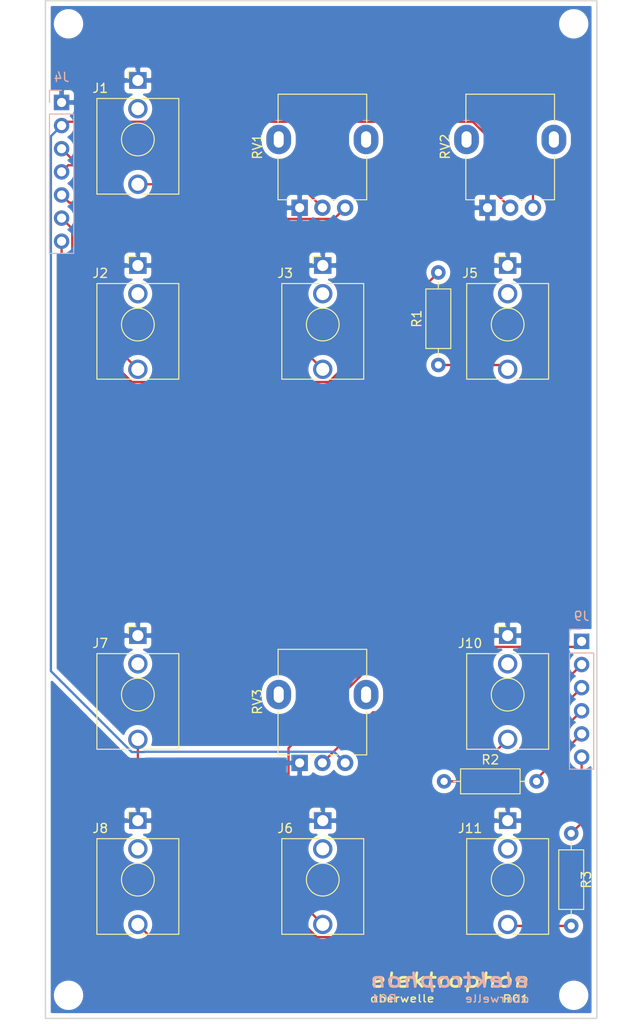
<source format=kicad_pcb>
(kicad_pcb (version 20171130) (host pcbnew 5.1.8-db9833491~88~ubuntu20.04.1)

  (general
    (thickness 1.6)
    (drawings 4)
    (tracks 56)
    (zones 0)
    (modules 22)
    (nets 27)
  )

  (page A4)
  (title_block
    (title oberwelle)
    (date 2020-11-29)
    (rev 01)
    (comment 1 "PCB for mount circuit")
    (comment 2 "wave folder")
    (comment 4 "License CC BY 4.0 - Attribution 4.0 International")
  )

  (layers
    (0 F.Cu signal)
    (31 B.Cu signal)
    (32 B.Adhes user)
    (33 F.Adhes user)
    (34 B.Paste user)
    (35 F.Paste user)
    (36 B.SilkS user)
    (37 F.SilkS user)
    (38 B.Mask user)
    (39 F.Mask user)
    (40 Dwgs.User user)
    (41 Cmts.User user)
    (42 Eco1.User user)
    (43 Eco2.User user)
    (44 Edge.Cuts user)
    (45 Margin user)
    (46 B.CrtYd user)
    (47 F.CrtYd user)
    (48 B.Fab user)
    (49 F.Fab user)
  )

  (setup
    (last_trace_width 0.25)
    (user_trace_width 0.381)
    (user_trace_width 0.762)
    (trace_clearance 0.2)
    (zone_clearance 0.508)
    (zone_45_only no)
    (trace_min 0.2)
    (via_size 0.8)
    (via_drill 0.4)
    (via_min_size 0.4)
    (via_min_drill 0.3)
    (uvia_size 0.3)
    (uvia_drill 0.1)
    (uvias_allowed no)
    (uvia_min_size 0.2)
    (uvia_min_drill 0.1)
    (edge_width 0.15)
    (segment_width 0.2)
    (pcb_text_width 0.3)
    (pcb_text_size 1.5 1.5)
    (mod_edge_width 0.15)
    (mod_text_size 1 1)
    (mod_text_width 0.15)
    (pad_size 2.2 2.2)
    (pad_drill 2.2)
    (pad_to_mask_clearance 0.051)
    (solder_mask_min_width 0.25)
    (aux_axis_origin 0 0)
    (visible_elements 7FFFFFFF)
    (pcbplotparams
      (layerselection 0x010fc_ffffffff)
      (usegerberextensions false)
      (usegerberattributes false)
      (usegerberadvancedattributes false)
      (creategerberjobfile false)
      (excludeedgelayer true)
      (linewidth 0.100000)
      (plotframeref false)
      (viasonmask false)
      (mode 1)
      (useauxorigin false)
      (hpglpennumber 1)
      (hpglpenspeed 20)
      (hpglpendiameter 15.000000)
      (psnegative false)
      (psa4output false)
      (plotreference true)
      (plotvalue true)
      (plotinvisibletext false)
      (padsonsilk false)
      (subtractmaskfromsilk false)
      (outputformat 1)
      (mirror false)
      (drillshape 0)
      (scaleselection 1)
      (outputdirectory "./gerbers"))
  )

  (net 0 "")
  (net 1 GND)
  (net 2 +15V)
  (net 3 IN_1)
  (net 4 IN_2)
  (net 5 CV)
  (net 6 "Net-(J1-PadTN)")
  (net 7 "Net-(J2-PadTN)")
  (net 8 "Net-(J3-PadTN)")
  (net 9 "Net-(J5-PadTN)")
  (net 10 "Net-(J6-PadTN)")
  (net 11 "Net-(J1-PadT)")
  (net 12 "Net-(J7-PadTN)")
  (net 13 M_IN_1)
  (net 14 M_IN_2)
  (net 15 M_OUT)
  (net 16 M_CV_INITIAL)
  (net 17 M_CV)
  (net 18 "Net-(J5-PadT)")
  (net 19 "Net-(J8-PadTN)")
  (net 20 OUT_2)
  (net 21 OUT_1)
  (net 22 CV_INITIAL)
  (net 23 "Net-(J10-PadTN)")
  (net 24 "Net-(J10-PadT)")
  (net 25 "Net-(J11-PadTN)")
  (net 26 "Net-(J11-PadT)")

  (net_class Default "This is the default net class."
    (clearance 0.2)
    (trace_width 0.25)
    (via_dia 0.8)
    (via_drill 0.4)
    (uvia_dia 0.3)
    (uvia_drill 0.1)
    (add_net +15V)
    (add_net CV)
    (add_net CV_INITIAL)
    (add_net GND)
    (add_net IN_1)
    (add_net IN_2)
    (add_net M_CV)
    (add_net M_CV_INITIAL)
    (add_net M_IN_1)
    (add_net M_IN_2)
    (add_net M_OUT)
    (add_net "Net-(J1-PadT)")
    (add_net "Net-(J1-PadTN)")
    (add_net "Net-(J10-PadT)")
    (add_net "Net-(J10-PadTN)")
    (add_net "Net-(J11-PadT)")
    (add_net "Net-(J11-PadTN)")
    (add_net "Net-(J2-PadTN)")
    (add_net "Net-(J3-PadTN)")
    (add_net "Net-(J5-PadT)")
    (add_net "Net-(J5-PadTN)")
    (add_net "Net-(J6-PadTN)")
    (add_net "Net-(J7-PadTN)")
    (add_net "Net-(J8-PadTN)")
    (add_net OUT_1)
    (add_net OUT_2)
  )

  (module elektrophon:Potentiometer_Alpha_RD901F-40-00D_Single_Vertical (layer F.Cu) (tedit 5DA46BB9) (tstamp 5FC3CEF4)
    (at 55.88 101.6 90)
    (descr "Potentiometer, vertical, 9mm, single, http://www.taiwanalpha.com.tw/downloads?target=products&id=113")
    (tags "potentiometer vertical 9mm single")
    (path /5FC7BFD2)
    (fp_text reference RV3 (at -0.79 -7.18 270) (layer F.SilkS)
      (effects (font (size 1 1) (thickness 0.15)))
    )
    (fp_text value 50k (at -7.5 7.32 270) (layer F.Fab)
      (effects (font (size 1 1) (thickness 0.15)))
    )
    (fp_line (start -6.62 1.62) (end -6.62 0.79) (layer F.SilkS) (width 0.12))
    (fp_line (start -6.62 -0.83) (end -6.62 -1.36) (layer F.SilkS) (width 0.12))
    (fp_line (start -6.62 -3.73) (end -6.62 -4.91) (layer F.SilkS) (width 0.12))
    (fp_line (start -6.62 4.83) (end -1.9 4.83) (layer F.SilkS) (width 0.12))
    (fp_line (start 1.91 -4.91) (end 4.97 -4.91) (layer F.SilkS) (width 0.12))
    (fp_line (start -6.5 4.71) (end 4.85 4.71) (layer F.Fab) (width 0.1))
    (fp_line (start -6.5 -4.79) (end 4.85 -4.79) (layer F.Fab) (width 0.1))
    (fp_line (start 4.85 4.71) (end 4.85 -4.79) (layer F.Fab) (width 0.1))
    (fp_line (start -6.5 4.71) (end -6.5 -4.79) (layer F.Fab) (width 0.1))
    (fp_circle (center 0 -0.04) (end 0 -3.54) (layer F.Fab) (width 0.1))
    (fp_line (start -6.62 -4.92) (end -1.9 -4.92) (layer F.SilkS) (width 0.12))
    (fp_line (start 1.91 4.83) (end 4.97 4.83) (layer F.SilkS) (width 0.12))
    (fp_line (start -6.62 4.83) (end -6.62 3.34) (layer F.SilkS) (width 0.12))
    (fp_line (start 4.97 4.83) (end 4.97 -4.91) (layer F.SilkS) (width 0.12))
    (fp_line (start 5.1 6.37) (end 5.1 -6.45) (layer F.CrtYd) (width 0.05))
    (fp_line (start 5.1 -6.45) (end -8.65 -6.45) (layer F.CrtYd) (width 0.05))
    (fp_line (start -8.65 -6.45) (end -8.65 6.37) (layer F.CrtYd) (width 0.05))
    (fp_line (start -8.65 6.37) (end 5.1 6.37) (layer F.CrtYd) (width 0.05))
    (fp_text user %R (at 0.12 0 90) (layer F.Fab)
      (effects (font (size 1 1) (thickness 0.15)))
    )
    (pad "" thru_hole oval (at 0 -4.84 180) (size 2.72 3.24) (drill oval 1.1 1.8) (layers *.Cu *.Mask))
    (pad "" thru_hole oval (at 0 4.76 180) (size 2.72 3.24) (drill oval 1.1 1.8) (layers *.Cu *.Mask))
    (pad 3 thru_hole circle (at -7.5 2.46 180) (size 1.8 1.8) (drill 1) (layers *.Cu *.Mask)
      (net 2 +15V))
    (pad 2 thru_hole circle (at -7.5 -0.04 180) (size 1.8 1.8) (drill 1) (layers *.Cu *.Mask)
      (net 22 CV_INITIAL))
    (pad 1 thru_hole rect (at -7.5 -2.54 180) (size 1.8 1.8) (drill 1) (layers *.Cu *.Mask)
      (net 1 GND))
    (model ${KISYS3DMOD}/Potentiometer_THT.3dshapes/Potentiometer_Alpha_RD901F-40-00D_Single_Vertical.wrl
      (at (xyz 0 0 0))
      (scale (xyz 1 1 1))
      (rotate (xyz 0 0 0))
    )
    (model ${KIPRJMOD}/../../../lib/kicad/models/ALPHA-RD901F-40.step
      (at (xyz 0 0 0))
      (scale (xyz 1 1 1))
      (rotate (xyz 0 0 90))
    )
  )

  (module Resistor_THT:R_Axial_DIN0207_L6.3mm_D2.5mm_P10.16mm_Horizontal (layer F.Cu) (tedit 5AE5139B) (tstamp 5FC3CEA2)
    (at 83.185 127 90)
    (descr "Resistor, Axial_DIN0207 series, Axial, Horizontal, pin pitch=10.16mm, 0.25W = 1/4W, length*diameter=6.3*2.5mm^2, http://cdn-reichelt.de/documents/datenblatt/B400/1_4W%23YAG.pdf")
    (tags "Resistor Axial_DIN0207 series Axial Horizontal pin pitch 10.16mm 0.25W = 1/4W length 6.3mm diameter 2.5mm")
    (path /5FC8079D)
    (fp_text reference R3 (at 5.08 1.651 90) (layer F.SilkS)
      (effects (font (size 1 1) (thickness 0.15)))
    )
    (fp_text value 1k (at 5.08 2.37 90) (layer F.Fab)
      (effects (font (size 1 1) (thickness 0.15)))
    )
    (fp_line (start 11.21 -1.5) (end -1.05 -1.5) (layer F.CrtYd) (width 0.05))
    (fp_line (start 11.21 1.5) (end 11.21 -1.5) (layer F.CrtYd) (width 0.05))
    (fp_line (start -1.05 1.5) (end 11.21 1.5) (layer F.CrtYd) (width 0.05))
    (fp_line (start -1.05 -1.5) (end -1.05 1.5) (layer F.CrtYd) (width 0.05))
    (fp_line (start 9.12 0) (end 8.35 0) (layer F.SilkS) (width 0.12))
    (fp_line (start 1.04 0) (end 1.81 0) (layer F.SilkS) (width 0.12))
    (fp_line (start 8.35 -1.37) (end 1.81 -1.37) (layer F.SilkS) (width 0.12))
    (fp_line (start 8.35 1.37) (end 8.35 -1.37) (layer F.SilkS) (width 0.12))
    (fp_line (start 1.81 1.37) (end 8.35 1.37) (layer F.SilkS) (width 0.12))
    (fp_line (start 1.81 -1.37) (end 1.81 1.37) (layer F.SilkS) (width 0.12))
    (fp_line (start 10.16 0) (end 8.23 0) (layer F.Fab) (width 0.1))
    (fp_line (start 0 0) (end 1.93 0) (layer F.Fab) (width 0.1))
    (fp_line (start 8.23 -1.25) (end 1.93 -1.25) (layer F.Fab) (width 0.1))
    (fp_line (start 8.23 1.25) (end 8.23 -1.25) (layer F.Fab) (width 0.1))
    (fp_line (start 1.93 1.25) (end 8.23 1.25) (layer F.Fab) (width 0.1))
    (fp_line (start 1.93 -1.25) (end 1.93 1.25) (layer F.Fab) (width 0.1))
    (fp_text user %R (at 5.08 0 90) (layer F.Fab)
      (effects (font (size 1 1) (thickness 0.15)))
    )
    (pad 2 thru_hole oval (at 10.16 0 90) (size 1.6 1.6) (drill 0.8) (layers *.Cu *.Mask)
      (net 20 OUT_2))
    (pad 1 thru_hole circle (at 0 0 90) (size 1.6 1.6) (drill 0.8) (layers *.Cu *.Mask)
      (net 26 "Net-(J11-PadT)"))
    (model ${KISYS3DMOD}/Resistor_THT.3dshapes/R_Axial_DIN0207_L6.3mm_D2.5mm_P10.16mm_Horizontal.wrl
      (at (xyz 0 0 0))
      (scale (xyz 1 1 1))
      (rotate (xyz 0 0 0))
    )
  )

  (module Resistor_THT:R_Axial_DIN0207_L6.3mm_D2.5mm_P10.16mm_Horizontal (layer F.Cu) (tedit 5AE5139B) (tstamp 5FC3CE8B)
    (at 69.215 111.125)
    (descr "Resistor, Axial_DIN0207 series, Axial, Horizontal, pin pitch=10.16mm, 0.25W = 1/4W, length*diameter=6.3*2.5mm^2, http://cdn-reichelt.de/documents/datenblatt/B400/1_4W%23YAG.pdf")
    (tags "Resistor Axial_DIN0207 series Axial Horizontal pin pitch 10.16mm 0.25W = 1/4W length 6.3mm diameter 2.5mm")
    (path /5FC7FD16)
    (fp_text reference R2 (at 5.08 -2.37) (layer F.SilkS)
      (effects (font (size 1 1) (thickness 0.15)))
    )
    (fp_text value 1k (at 5.08 2.37) (layer F.Fab)
      (effects (font (size 1 1) (thickness 0.15)))
    )
    (fp_line (start 11.21 -1.5) (end -1.05 -1.5) (layer F.CrtYd) (width 0.05))
    (fp_line (start 11.21 1.5) (end 11.21 -1.5) (layer F.CrtYd) (width 0.05))
    (fp_line (start -1.05 1.5) (end 11.21 1.5) (layer F.CrtYd) (width 0.05))
    (fp_line (start -1.05 -1.5) (end -1.05 1.5) (layer F.CrtYd) (width 0.05))
    (fp_line (start 9.12 0) (end 8.35 0) (layer F.SilkS) (width 0.12))
    (fp_line (start 1.04 0) (end 1.81 0) (layer F.SilkS) (width 0.12))
    (fp_line (start 8.35 -1.37) (end 1.81 -1.37) (layer F.SilkS) (width 0.12))
    (fp_line (start 8.35 1.37) (end 8.35 -1.37) (layer F.SilkS) (width 0.12))
    (fp_line (start 1.81 1.37) (end 8.35 1.37) (layer F.SilkS) (width 0.12))
    (fp_line (start 1.81 -1.37) (end 1.81 1.37) (layer F.SilkS) (width 0.12))
    (fp_line (start 10.16 0) (end 8.23 0) (layer F.Fab) (width 0.1))
    (fp_line (start 0 0) (end 1.93 0) (layer F.Fab) (width 0.1))
    (fp_line (start 8.23 -1.25) (end 1.93 -1.25) (layer F.Fab) (width 0.1))
    (fp_line (start 8.23 1.25) (end 8.23 -1.25) (layer F.Fab) (width 0.1))
    (fp_line (start 1.93 1.25) (end 8.23 1.25) (layer F.Fab) (width 0.1))
    (fp_line (start 1.93 -1.25) (end 1.93 1.25) (layer F.Fab) (width 0.1))
    (fp_text user %R (at 5.08 0) (layer F.Fab)
      (effects (font (size 1 1) (thickness 0.15)))
    )
    (pad 2 thru_hole oval (at 10.16 0) (size 1.6 1.6) (drill 0.8) (layers *.Cu *.Mask)
      (net 21 OUT_1))
    (pad 1 thru_hole circle (at 0 0) (size 1.6 1.6) (drill 0.8) (layers *.Cu *.Mask)
      (net 24 "Net-(J10-PadT)"))
    (model ${KISYS3DMOD}/Resistor_THT.3dshapes/R_Axial_DIN0207_L6.3mm_D2.5mm_P10.16mm_Horizontal.wrl
      (at (xyz 0 0 0))
      (scale (xyz 1 1 1))
      (rotate (xyz 0 0 0))
    )
  )

  (module elektrophon:Jack_3.5mm_WQP-PJ398SM_Vertical (layer F.Cu) (tedit 5DA46BDA) (tstamp 5FC3CE48)
    (at 76.2 121.92)
    (descr "TRS 3.5mm, vertical, Thonkiconn, PCB mount, (http://www.qingpu-electronics.com/en/products/WQP-PJ398SM-362.html)")
    (tags "WQP-PJ398SM WQP-PJ301M-12 TRS 3.5mm mono vertical jack thonkiconn qingpu")
    (path /5FC8078F)
    (fp_text reference J11 (at -4.13 -5.63) (layer F.SilkS)
      (effects (font (size 1 1) (thickness 0.15)))
    )
    (fp_text value OUt_1 (at 0 -1.48) (layer F.Fab)
      (effects (font (size 1 1) (thickness 0.15)))
    )
    (fp_line (start -5 6.5) (end -5 -7.9) (layer F.CrtYd) (width 0.05))
    (fp_line (start -4.5 6) (end -4.5 -4.4) (layer F.Fab) (width 0.1))
    (fp_line (start -4.5 -4.5) (end -4.5 6) (layer F.SilkS) (width 0.12))
    (fp_line (start 4.5 -4.5) (end 4.5 6) (layer F.SilkS) (width 0.12))
    (fp_circle (center 0 0) (end 1.5 0) (layer Dwgs.User) (width 0.12))
    (fp_line (start 0.09 1.48) (end 1.48 0.09) (layer Dwgs.User) (width 0.12))
    (fp_line (start -0.58 1.35) (end 1.36 -0.59) (layer Dwgs.User) (width 0.12))
    (fp_line (start -1.07 1.01) (end 1.01 -1.07) (layer Dwgs.User) (width 0.12))
    (fp_line (start -1.42 0.395) (end 0.4 -1.42) (layer Dwgs.User) (width 0.12))
    (fp_line (start -1.41 -0.46) (end -0.46 -1.41) (layer Dwgs.User) (width 0.12))
    (fp_line (start 4.5 6) (end 0.5 6) (layer F.SilkS) (width 0.12))
    (fp_line (start -0.5 6) (end -4.5 6) (layer F.SilkS) (width 0.12))
    (fp_line (start 4.5 -4.5) (end 0.35 -4.5) (layer F.SilkS) (width 0.12))
    (fp_line (start -0.35 -4.5) (end -4.5 -4.5) (layer F.SilkS) (width 0.12))
    (fp_circle (center 0 0) (end 1.8 0) (layer F.SilkS) (width 0.12))
    (fp_line (start -1.06 -7.48) (end -1.06 -6.68) (layer F.SilkS) (width 0.12))
    (fp_line (start -1.06 -7.48) (end -0.2 -7.48) (layer F.SilkS) (width 0.12))
    (fp_line (start 4.5 6) (end 4.5 -4.4) (layer F.Fab) (width 0.1))
    (fp_line (start 4.5 6) (end -4.5 6) (layer F.Fab) (width 0.1))
    (fp_line (start 5 6.5) (end 5 -7.9) (layer F.CrtYd) (width 0.05))
    (fp_line (start 5 6.5) (end -5 6.5) (layer F.CrtYd) (width 0.05))
    (fp_line (start 5 -7.9) (end -5 -7.9) (layer F.CrtYd) (width 0.05))
    (fp_line (start 4.5 -4.45) (end -4.5 -4.45) (layer F.Fab) (width 0.1))
    (fp_circle (center 0 0) (end 1.8 0) (layer F.Fab) (width 0.1))
    (fp_line (start 0 -6.48) (end 0 -4.45) (layer F.Fab) (width 0.1))
    (fp_text user KEEPOUT (at 0 0 180) (layer Cmts.User)
      (effects (font (size 0.4 0.4) (thickness 0.051)))
    )
    (fp_text user %R (at 0 1.52) (layer F.Fab)
      (effects (font (size 1 1) (thickness 0.15)))
    )
    (pad TN thru_hole circle (at 0 -3.38 180) (size 2.13 2.13) (drill 1.42) (layers *.Cu *.Mask)
      (net 25 "Net-(J11-PadTN)"))
    (pad S thru_hole rect (at 0 -6.48 180) (size 1.93 1.83) (drill 1.22) (layers *.Cu *.Mask)
      (net 1 GND))
    (pad T thru_hole circle (at 0 4.92 180) (size 2.13 2.13) (drill 1.43) (layers *.Cu *.Mask)
      (net 26 "Net-(J11-PadT)"))
    (model ${KISYS3DMOD}/Connector_Audio.3dshapes/Jack_3.5mm_QingPu_WQP-PJ398SM_Vertical.wrl
      (at (xyz 0 0 0))
      (scale (xyz 1 1 1))
      (rotate (xyz 0 0 0))
    )
    (model "${KIPRJMOD}/../../../lib/kicad/models/PJ301M-12 Thonkiconn v0.2.stp"
      (offset (xyz 0 -1 0))
      (scale (xyz 1 1 1))
      (rotate (xyz 0 0 180))
    )
  )

  (module elektrophon:Jack_3.5mm_WQP-PJ398SM_Vertical (layer F.Cu) (tedit 5DA46BDA) (tstamp 5FC3CE26)
    (at 76.2 101.6)
    (descr "TRS 3.5mm, vertical, Thonkiconn, PCB mount, (http://www.qingpu-electronics.com/en/products/WQP-PJ398SM-362.html)")
    (tags "WQP-PJ398SM WQP-PJ301M-12 TRS 3.5mm mono vertical jack thonkiconn qingpu")
    (path /5FC7FD08)
    (fp_text reference J10 (at -4.13 -5.63) (layer F.SilkS)
      (effects (font (size 1 1) (thickness 0.15)))
    )
    (fp_text value OUt_1 (at 0 -1.48) (layer F.Fab)
      (effects (font (size 1 1) (thickness 0.15)))
    )
    (fp_line (start -5 6.5) (end -5 -7.9) (layer F.CrtYd) (width 0.05))
    (fp_line (start -4.5 6) (end -4.5 -4.4) (layer F.Fab) (width 0.1))
    (fp_line (start -4.5 -4.5) (end -4.5 6) (layer F.SilkS) (width 0.12))
    (fp_line (start 4.5 -4.5) (end 4.5 6) (layer F.SilkS) (width 0.12))
    (fp_circle (center 0 0) (end 1.5 0) (layer Dwgs.User) (width 0.12))
    (fp_line (start 0.09 1.48) (end 1.48 0.09) (layer Dwgs.User) (width 0.12))
    (fp_line (start -0.58 1.35) (end 1.36 -0.59) (layer Dwgs.User) (width 0.12))
    (fp_line (start -1.07 1.01) (end 1.01 -1.07) (layer Dwgs.User) (width 0.12))
    (fp_line (start -1.42 0.395) (end 0.4 -1.42) (layer Dwgs.User) (width 0.12))
    (fp_line (start -1.41 -0.46) (end -0.46 -1.41) (layer Dwgs.User) (width 0.12))
    (fp_line (start 4.5 6) (end 0.5 6) (layer F.SilkS) (width 0.12))
    (fp_line (start -0.5 6) (end -4.5 6) (layer F.SilkS) (width 0.12))
    (fp_line (start 4.5 -4.5) (end 0.35 -4.5) (layer F.SilkS) (width 0.12))
    (fp_line (start -0.35 -4.5) (end -4.5 -4.5) (layer F.SilkS) (width 0.12))
    (fp_circle (center 0 0) (end 1.8 0) (layer F.SilkS) (width 0.12))
    (fp_line (start -1.06 -7.48) (end -1.06 -6.68) (layer F.SilkS) (width 0.12))
    (fp_line (start -1.06 -7.48) (end -0.2 -7.48) (layer F.SilkS) (width 0.12))
    (fp_line (start 4.5 6) (end 4.5 -4.4) (layer F.Fab) (width 0.1))
    (fp_line (start 4.5 6) (end -4.5 6) (layer F.Fab) (width 0.1))
    (fp_line (start 5 6.5) (end 5 -7.9) (layer F.CrtYd) (width 0.05))
    (fp_line (start 5 6.5) (end -5 6.5) (layer F.CrtYd) (width 0.05))
    (fp_line (start 5 -7.9) (end -5 -7.9) (layer F.CrtYd) (width 0.05))
    (fp_line (start 4.5 -4.45) (end -4.5 -4.45) (layer F.Fab) (width 0.1))
    (fp_circle (center 0 0) (end 1.8 0) (layer F.Fab) (width 0.1))
    (fp_line (start 0 -6.48) (end 0 -4.45) (layer F.Fab) (width 0.1))
    (fp_text user KEEPOUT (at 0 0 180) (layer Cmts.User)
      (effects (font (size 0.4 0.4) (thickness 0.051)))
    )
    (fp_text user %R (at 0 1.52) (layer F.Fab)
      (effects (font (size 1 1) (thickness 0.15)))
    )
    (pad TN thru_hole circle (at 0 -3.38 180) (size 2.13 2.13) (drill 1.42) (layers *.Cu *.Mask)
      (net 23 "Net-(J10-PadTN)"))
    (pad S thru_hole rect (at 0 -6.48 180) (size 1.93 1.83) (drill 1.22) (layers *.Cu *.Mask)
      (net 1 GND))
    (pad T thru_hole circle (at 0 4.92 180) (size 2.13 2.13) (drill 1.43) (layers *.Cu *.Mask)
      (net 24 "Net-(J10-PadT)"))
    (model ${KISYS3DMOD}/Connector_Audio.3dshapes/Jack_3.5mm_QingPu_WQP-PJ398SM_Vertical.wrl
      (at (xyz 0 0 0))
      (scale (xyz 1 1 1))
      (rotate (xyz 0 0 0))
    )
    (model "${KIPRJMOD}/../../../lib/kicad/models/PJ301M-12 Thonkiconn v0.2.stp"
      (offset (xyz 0 -1 0))
      (scale (xyz 1 1 1))
      (rotate (xyz 0 0 180))
    )
  )

  (module Connector_PinSocket_2.54mm:PinSocket_1x06_P2.54mm_Vertical (layer B.Cu) (tedit 5A19A430) (tstamp 5FC3CE04)
    (at 84.328 95.758 180)
    (descr "Through hole straight socket strip, 1x06, 2.54mm pitch, single row (from Kicad 4.0.7), script generated")
    (tags "Through hole socket strip THT 1x06 2.54mm single row")
    (path /5FCC5ABF)
    (fp_text reference J9 (at 0 2.77) (layer B.SilkS)
      (effects (font (size 1 1) (thickness 0.15)) (justify mirror))
    )
    (fp_text value Conn_01x06_Male (at 0 -15.47) (layer B.Fab)
      (effects (font (size 1 1) (thickness 0.15)) (justify mirror))
    )
    (fp_line (start -1.8 -14.45) (end -1.8 1.8) (layer B.CrtYd) (width 0.05))
    (fp_line (start 1.75 -14.45) (end -1.8 -14.45) (layer B.CrtYd) (width 0.05))
    (fp_line (start 1.75 1.8) (end 1.75 -14.45) (layer B.CrtYd) (width 0.05))
    (fp_line (start -1.8 1.8) (end 1.75 1.8) (layer B.CrtYd) (width 0.05))
    (fp_line (start 0 1.33) (end 1.33 1.33) (layer B.SilkS) (width 0.12))
    (fp_line (start 1.33 1.33) (end 1.33 0) (layer B.SilkS) (width 0.12))
    (fp_line (start 1.33 -1.27) (end 1.33 -14.03) (layer B.SilkS) (width 0.12))
    (fp_line (start -1.33 -14.03) (end 1.33 -14.03) (layer B.SilkS) (width 0.12))
    (fp_line (start -1.33 -1.27) (end -1.33 -14.03) (layer B.SilkS) (width 0.12))
    (fp_line (start -1.33 -1.27) (end 1.33 -1.27) (layer B.SilkS) (width 0.12))
    (fp_line (start -1.27 -13.97) (end -1.27 1.27) (layer B.Fab) (width 0.1))
    (fp_line (start 1.27 -13.97) (end -1.27 -13.97) (layer B.Fab) (width 0.1))
    (fp_line (start 1.27 0.635) (end 1.27 -13.97) (layer B.Fab) (width 0.1))
    (fp_line (start 0.635 1.27) (end 1.27 0.635) (layer B.Fab) (width 0.1))
    (fp_line (start -1.27 1.27) (end 0.635 1.27) (layer B.Fab) (width 0.1))
    (fp_text user %R (at 0 -6.35 270) (layer B.Fab)
      (effects (font (size 1 1) (thickness 0.15)) (justify mirror))
    )
    (pad 6 thru_hole oval (at 0 -12.7 180) (size 1.7 1.7) (drill 1) (layers *.Cu *.Mask)
      (net 20 OUT_2))
    (pad 5 thru_hole oval (at 0 -10.16 180) (size 1.7 1.7) (drill 1) (layers *.Cu *.Mask)
      (net 21 OUT_1))
    (pad 4 thru_hole oval (at 0 -7.62 180) (size 1.7 1.7) (drill 1) (layers *.Cu *.Mask)
      (net 4 IN_2))
    (pad 3 thru_hole oval (at 0 -5.08 180) (size 1.7 1.7) (drill 1) (layers *.Cu *.Mask)
      (net 3 IN_1))
    (pad 2 thru_hole oval (at 0 -2.54 180) (size 1.7 1.7) (drill 1) (layers *.Cu *.Mask)
      (net 22 CV_INITIAL))
    (pad 1 thru_hole rect (at 0 0 180) (size 1.7 1.7) (drill 1) (layers *.Cu *.Mask)
      (net 5 CV))
    (model ${KISYS3DMOD}/Connector_PinSocket_2.54mm.3dshapes/PinSocket_1x06_P2.54mm_Vertical.wrl
      (at (xyz 0 0 0))
      (scale (xyz 1 1 1))
      (rotate (xyz 0 0 0))
    )
  )

  (module elektrophon:Jack_3.5mm_WQP-PJ398SM_Vertical (layer F.Cu) (tedit 5DA46BDA) (tstamp 5FC3CDEA)
    (at 35.56 121.92)
    (descr "TRS 3.5mm, vertical, Thonkiconn, PCB mount, (http://www.qingpu-electronics.com/en/products/WQP-PJ398SM-362.html)")
    (tags "WQP-PJ398SM WQP-PJ301M-12 TRS 3.5mm mono vertical jack thonkiconn qingpu")
    (path /5FC715EA)
    (fp_text reference J8 (at -4.13 -5.63) (layer F.SilkS)
      (effects (font (size 1 1) (thickness 0.15)))
    )
    (fp_text value V/OCT (at 0 -1.48) (layer F.Fab)
      (effects (font (size 1 1) (thickness 0.15)))
    )
    (fp_line (start -5 6.5) (end -5 -7.9) (layer F.CrtYd) (width 0.05))
    (fp_line (start -4.5 6) (end -4.5 -4.4) (layer F.Fab) (width 0.1))
    (fp_line (start -4.5 -4.5) (end -4.5 6) (layer F.SilkS) (width 0.12))
    (fp_line (start 4.5 -4.5) (end 4.5 6) (layer F.SilkS) (width 0.12))
    (fp_circle (center 0 0) (end 1.5 0) (layer Dwgs.User) (width 0.12))
    (fp_line (start 0.09 1.48) (end 1.48 0.09) (layer Dwgs.User) (width 0.12))
    (fp_line (start -0.58 1.35) (end 1.36 -0.59) (layer Dwgs.User) (width 0.12))
    (fp_line (start -1.07 1.01) (end 1.01 -1.07) (layer Dwgs.User) (width 0.12))
    (fp_line (start -1.42 0.395) (end 0.4 -1.42) (layer Dwgs.User) (width 0.12))
    (fp_line (start -1.41 -0.46) (end -0.46 -1.41) (layer Dwgs.User) (width 0.12))
    (fp_line (start 4.5 6) (end 0.5 6) (layer F.SilkS) (width 0.12))
    (fp_line (start -0.5 6) (end -4.5 6) (layer F.SilkS) (width 0.12))
    (fp_line (start 4.5 -4.5) (end 0.35 -4.5) (layer F.SilkS) (width 0.12))
    (fp_line (start -0.35 -4.5) (end -4.5 -4.5) (layer F.SilkS) (width 0.12))
    (fp_circle (center 0 0) (end 1.8 0) (layer F.SilkS) (width 0.12))
    (fp_line (start -1.06 -7.48) (end -1.06 -6.68) (layer F.SilkS) (width 0.12))
    (fp_line (start -1.06 -7.48) (end -0.2 -7.48) (layer F.SilkS) (width 0.12))
    (fp_line (start 4.5 6) (end 4.5 -4.4) (layer F.Fab) (width 0.1))
    (fp_line (start 4.5 6) (end -4.5 6) (layer F.Fab) (width 0.1))
    (fp_line (start 5 6.5) (end 5 -7.9) (layer F.CrtYd) (width 0.05))
    (fp_line (start 5 6.5) (end -5 6.5) (layer F.CrtYd) (width 0.05))
    (fp_line (start 5 -7.9) (end -5 -7.9) (layer F.CrtYd) (width 0.05))
    (fp_line (start 4.5 -4.45) (end -4.5 -4.45) (layer F.Fab) (width 0.1))
    (fp_circle (center 0 0) (end 1.8 0) (layer F.Fab) (width 0.1))
    (fp_line (start 0 -6.48) (end 0 -4.45) (layer F.Fab) (width 0.1))
    (fp_text user KEEPOUT (at 0 0 180) (layer Cmts.User)
      (effects (font (size 0.4 0.4) (thickness 0.051)))
    )
    (fp_text user %R (at 0 1.52) (layer F.Fab)
      (effects (font (size 1 1) (thickness 0.15)))
    )
    (pad TN thru_hole circle (at 0 -3.38 180) (size 2.13 2.13) (drill 1.42) (layers *.Cu *.Mask)
      (net 19 "Net-(J8-PadTN)"))
    (pad S thru_hole rect (at 0 -6.48 180) (size 1.93 1.83) (drill 1.22) (layers *.Cu *.Mask)
      (net 1 GND))
    (pad T thru_hole circle (at 0 4.92 180) (size 2.13 2.13) (drill 1.43) (layers *.Cu *.Mask)
      (net 4 IN_2))
    (model ${KISYS3DMOD}/Connector_Audio.3dshapes/Jack_3.5mm_QingPu_WQP-PJ398SM_Vertical.wrl
      (at (xyz 0 0 0))
      (scale (xyz 1 1 1))
      (rotate (xyz 0 0 0))
    )
    (model "${KIPRJMOD}/../../../lib/kicad/models/PJ301M-12 Thonkiconn v0.2.stp"
      (offset (xyz 0 -1 0))
      (scale (xyz 1 1 1))
      (rotate (xyz 0 0 180))
    )
  )

  (module elektrophon:Jack_3.5mm_WQP-PJ398SM_Vertical (layer F.Cu) (tedit 5DA46BDA) (tstamp 5FC3CDC8)
    (at 35.56 101.6)
    (descr "TRS 3.5mm, vertical, Thonkiconn, PCB mount, (http://www.qingpu-electronics.com/en/products/WQP-PJ398SM-362.html)")
    (tags "WQP-PJ398SM WQP-PJ301M-12 TRS 3.5mm mono vertical jack thonkiconn qingpu")
    (path /5FC715DB)
    (fp_text reference J7 (at -4.13 -5.63) (layer F.SilkS)
      (effects (font (size 1 1) (thickness 0.15)))
    )
    (fp_text value V/OCT (at 0 -1.48) (layer F.Fab)
      (effects (font (size 1 1) (thickness 0.15)))
    )
    (fp_line (start -5 6.5) (end -5 -7.9) (layer F.CrtYd) (width 0.05))
    (fp_line (start -4.5 6) (end -4.5 -4.4) (layer F.Fab) (width 0.1))
    (fp_line (start -4.5 -4.5) (end -4.5 6) (layer F.SilkS) (width 0.12))
    (fp_line (start 4.5 -4.5) (end 4.5 6) (layer F.SilkS) (width 0.12))
    (fp_circle (center 0 0) (end 1.5 0) (layer Dwgs.User) (width 0.12))
    (fp_line (start 0.09 1.48) (end 1.48 0.09) (layer Dwgs.User) (width 0.12))
    (fp_line (start -0.58 1.35) (end 1.36 -0.59) (layer Dwgs.User) (width 0.12))
    (fp_line (start -1.07 1.01) (end 1.01 -1.07) (layer Dwgs.User) (width 0.12))
    (fp_line (start -1.42 0.395) (end 0.4 -1.42) (layer Dwgs.User) (width 0.12))
    (fp_line (start -1.41 -0.46) (end -0.46 -1.41) (layer Dwgs.User) (width 0.12))
    (fp_line (start 4.5 6) (end 0.5 6) (layer F.SilkS) (width 0.12))
    (fp_line (start -0.5 6) (end -4.5 6) (layer F.SilkS) (width 0.12))
    (fp_line (start 4.5 -4.5) (end 0.35 -4.5) (layer F.SilkS) (width 0.12))
    (fp_line (start -0.35 -4.5) (end -4.5 -4.5) (layer F.SilkS) (width 0.12))
    (fp_circle (center 0 0) (end 1.8 0) (layer F.SilkS) (width 0.12))
    (fp_line (start -1.06 -7.48) (end -1.06 -6.68) (layer F.SilkS) (width 0.12))
    (fp_line (start -1.06 -7.48) (end -0.2 -7.48) (layer F.SilkS) (width 0.12))
    (fp_line (start 4.5 6) (end 4.5 -4.4) (layer F.Fab) (width 0.1))
    (fp_line (start 4.5 6) (end -4.5 6) (layer F.Fab) (width 0.1))
    (fp_line (start 5 6.5) (end 5 -7.9) (layer F.CrtYd) (width 0.05))
    (fp_line (start 5 6.5) (end -5 6.5) (layer F.CrtYd) (width 0.05))
    (fp_line (start 5 -7.9) (end -5 -7.9) (layer F.CrtYd) (width 0.05))
    (fp_line (start 4.5 -4.45) (end -4.5 -4.45) (layer F.Fab) (width 0.1))
    (fp_circle (center 0 0) (end 1.8 0) (layer F.Fab) (width 0.1))
    (fp_line (start 0 -6.48) (end 0 -4.45) (layer F.Fab) (width 0.1))
    (fp_text user KEEPOUT (at 0 0 180) (layer Cmts.User)
      (effects (font (size 0.4 0.4) (thickness 0.051)))
    )
    (fp_text user %R (at 0 1.52) (layer F.Fab)
      (effects (font (size 1 1) (thickness 0.15)))
    )
    (pad TN thru_hole circle (at 0 -3.38 180) (size 2.13 2.13) (drill 1.42) (layers *.Cu *.Mask)
      (net 12 "Net-(J7-PadTN)"))
    (pad S thru_hole rect (at 0 -6.48 180) (size 1.93 1.83) (drill 1.22) (layers *.Cu *.Mask)
      (net 1 GND))
    (pad T thru_hole circle (at 0 4.92 180) (size 2.13 2.13) (drill 1.43) (layers *.Cu *.Mask)
      (net 3 IN_1))
    (model ${KISYS3DMOD}/Connector_Audio.3dshapes/Jack_3.5mm_QingPu_WQP-PJ398SM_Vertical.wrl
      (at (xyz 0 0 0))
      (scale (xyz 1 1 1))
      (rotate (xyz 0 0 0))
    )
    (model "${KIPRJMOD}/../../../lib/kicad/models/PJ301M-12 Thonkiconn v0.2.stp"
      (offset (xyz 0 -1 0))
      (scale (xyz 1 1 1))
      (rotate (xyz 0 0 180))
    )
  )

  (module elektrophon:Jack_3.5mm_WQP-PJ398SM_Vertical (layer F.Cu) (tedit 5DA46BDA) (tstamp 5FC3CDA6)
    (at 55.88 121.92)
    (descr "TRS 3.5mm, vertical, Thonkiconn, PCB mount, (http://www.qingpu-electronics.com/en/products/WQP-PJ398SM-362.html)")
    (tags "WQP-PJ398SM WQP-PJ301M-12 TRS 3.5mm mono vertical jack thonkiconn qingpu")
    (path /5FC7691E)
    (fp_text reference J6 (at -4.13 -5.63) (layer F.SilkS)
      (effects (font (size 1 1) (thickness 0.15)))
    )
    (fp_text value V/OCT (at 0 -1.48) (layer F.Fab)
      (effects (font (size 1 1) (thickness 0.15)))
    )
    (fp_line (start -5 6.5) (end -5 -7.9) (layer F.CrtYd) (width 0.05))
    (fp_line (start -4.5 6) (end -4.5 -4.4) (layer F.Fab) (width 0.1))
    (fp_line (start -4.5 -4.5) (end -4.5 6) (layer F.SilkS) (width 0.12))
    (fp_line (start 4.5 -4.5) (end 4.5 6) (layer F.SilkS) (width 0.12))
    (fp_circle (center 0 0) (end 1.5 0) (layer Dwgs.User) (width 0.12))
    (fp_line (start 0.09 1.48) (end 1.48 0.09) (layer Dwgs.User) (width 0.12))
    (fp_line (start -0.58 1.35) (end 1.36 -0.59) (layer Dwgs.User) (width 0.12))
    (fp_line (start -1.07 1.01) (end 1.01 -1.07) (layer Dwgs.User) (width 0.12))
    (fp_line (start -1.42 0.395) (end 0.4 -1.42) (layer Dwgs.User) (width 0.12))
    (fp_line (start -1.41 -0.46) (end -0.46 -1.41) (layer Dwgs.User) (width 0.12))
    (fp_line (start 4.5 6) (end 0.5 6) (layer F.SilkS) (width 0.12))
    (fp_line (start -0.5 6) (end -4.5 6) (layer F.SilkS) (width 0.12))
    (fp_line (start 4.5 -4.5) (end 0.35 -4.5) (layer F.SilkS) (width 0.12))
    (fp_line (start -0.35 -4.5) (end -4.5 -4.5) (layer F.SilkS) (width 0.12))
    (fp_circle (center 0 0) (end 1.8 0) (layer F.SilkS) (width 0.12))
    (fp_line (start -1.06 -7.48) (end -1.06 -6.68) (layer F.SilkS) (width 0.12))
    (fp_line (start -1.06 -7.48) (end -0.2 -7.48) (layer F.SilkS) (width 0.12))
    (fp_line (start 4.5 6) (end 4.5 -4.4) (layer F.Fab) (width 0.1))
    (fp_line (start 4.5 6) (end -4.5 6) (layer F.Fab) (width 0.1))
    (fp_line (start 5 6.5) (end 5 -7.9) (layer F.CrtYd) (width 0.05))
    (fp_line (start 5 6.5) (end -5 6.5) (layer F.CrtYd) (width 0.05))
    (fp_line (start 5 -7.9) (end -5 -7.9) (layer F.CrtYd) (width 0.05))
    (fp_line (start 4.5 -4.45) (end -4.5 -4.45) (layer F.Fab) (width 0.1))
    (fp_circle (center 0 0) (end 1.8 0) (layer F.Fab) (width 0.1))
    (fp_line (start 0 -6.48) (end 0 -4.45) (layer F.Fab) (width 0.1))
    (fp_text user KEEPOUT (at 0 0 180) (layer Cmts.User)
      (effects (font (size 0.4 0.4) (thickness 0.051)))
    )
    (fp_text user %R (at 0 1.52) (layer F.Fab)
      (effects (font (size 1 1) (thickness 0.15)))
    )
    (pad TN thru_hole circle (at 0 -3.38 180) (size 2.13 2.13) (drill 1.42) (layers *.Cu *.Mask)
      (net 10 "Net-(J6-PadTN)"))
    (pad S thru_hole rect (at 0 -6.48 180) (size 1.93 1.83) (drill 1.22) (layers *.Cu *.Mask)
      (net 1 GND))
    (pad T thru_hole circle (at 0 4.92 180) (size 2.13 2.13) (drill 1.43) (layers *.Cu *.Mask)
      (net 5 CV))
    (model ${KISYS3DMOD}/Connector_Audio.3dshapes/Jack_3.5mm_QingPu_WQP-PJ398SM_Vertical.wrl
      (at (xyz 0 0 0))
      (scale (xyz 1 1 1))
      (rotate (xyz 0 0 0))
    )
    (model "${KIPRJMOD}/../../../lib/kicad/models/PJ301M-12 Thonkiconn v0.2.stp"
      (offset (xyz 0 -1 0))
      (scale (xyz 1 1 1))
      (rotate (xyz 0 0 180))
    )
  )

  (module Connector_PinSocket_2.54mm:PinSocket_1x07_P2.54mm_Vertical (layer B.Cu) (tedit 5A19A433) (tstamp 5FC3CD63)
    (at 27.178 36.576 180)
    (descr "Through hole straight socket strip, 1x07, 2.54mm pitch, single row (from Kicad 4.0.7), script generated")
    (tags "Through hole socket strip THT 1x07 2.54mm single row")
    (path /5FCC283B)
    (fp_text reference J4 (at 0 2.77) (layer B.SilkS)
      (effects (font (size 1 1) (thickness 0.15)) (justify mirror))
    )
    (fp_text value Conn_01x07_Male (at 0 -18.01) (layer B.Fab)
      (effects (font (size 1 1) (thickness 0.15)) (justify mirror))
    )
    (fp_line (start -1.8 -17) (end -1.8 1.8) (layer B.CrtYd) (width 0.05))
    (fp_line (start 1.75 -17) (end -1.8 -17) (layer B.CrtYd) (width 0.05))
    (fp_line (start 1.75 1.8) (end 1.75 -17) (layer B.CrtYd) (width 0.05))
    (fp_line (start -1.8 1.8) (end 1.75 1.8) (layer B.CrtYd) (width 0.05))
    (fp_line (start 0 1.33) (end 1.33 1.33) (layer B.SilkS) (width 0.12))
    (fp_line (start 1.33 1.33) (end 1.33 0) (layer B.SilkS) (width 0.12))
    (fp_line (start 1.33 -1.27) (end 1.33 -16.57) (layer B.SilkS) (width 0.12))
    (fp_line (start -1.33 -16.57) (end 1.33 -16.57) (layer B.SilkS) (width 0.12))
    (fp_line (start -1.33 -1.27) (end -1.33 -16.57) (layer B.SilkS) (width 0.12))
    (fp_line (start -1.33 -1.27) (end 1.33 -1.27) (layer B.SilkS) (width 0.12))
    (fp_line (start -1.27 -16.51) (end -1.27 1.27) (layer B.Fab) (width 0.1))
    (fp_line (start 1.27 -16.51) (end -1.27 -16.51) (layer B.Fab) (width 0.1))
    (fp_line (start 1.27 0.635) (end 1.27 -16.51) (layer B.Fab) (width 0.1))
    (fp_line (start 0.635 1.27) (end 1.27 0.635) (layer B.Fab) (width 0.1))
    (fp_line (start -1.27 1.27) (end 0.635 1.27) (layer B.Fab) (width 0.1))
    (fp_text user %R (at 0 -7.62 270) (layer B.Fab)
      (effects (font (size 1 1) (thickness 0.15)) (justify mirror))
    )
    (pad 7 thru_hole oval (at 0 -15.24 180) (size 1.7 1.7) (drill 1) (layers *.Cu *.Mask)
      (net 15 M_OUT))
    (pad 6 thru_hole oval (at 0 -12.7 180) (size 1.7 1.7) (drill 1) (layers *.Cu *.Mask)
      (net 13 M_IN_1))
    (pad 5 thru_hole oval (at 0 -10.16 180) (size 1.7 1.7) (drill 1) (layers *.Cu *.Mask)
      (net 14 M_IN_2))
    (pad 4 thru_hole oval (at 0 -7.62 180) (size 1.7 1.7) (drill 1) (layers *.Cu *.Mask)
      (net 17 M_CV))
    (pad 3 thru_hole oval (at 0 -5.08 180) (size 1.7 1.7) (drill 1) (layers *.Cu *.Mask)
      (net 16 M_CV_INITIAL))
    (pad 2 thru_hole oval (at 0 -2.54 180) (size 1.7 1.7) (drill 1) (layers *.Cu *.Mask)
      (net 2 +15V))
    (pad 1 thru_hole rect (at 0 0 180) (size 1.7 1.7) (drill 1) (layers *.Cu *.Mask)
      (net 1 GND))
    (model ${KISYS3DMOD}/Connector_PinSocket_2.54mm.3dshapes/PinSocket_1x07_P2.54mm_Vertical.wrl
      (at (xyz 0 0 0))
      (scale (xyz 1 1 1))
      (rotate (xyz 0 0 0))
    )
  )

  (module elektrophon:Jack_3.5mm_WQP-PJ398SM_Vertical (layer F.Cu) (tedit 5DA46BDA) (tstamp 5FC3CD48)
    (at 55.88 60.96)
    (descr "TRS 3.5mm, vertical, Thonkiconn, PCB mount, (http://www.qingpu-electronics.com/en/products/WQP-PJ398SM-362.html)")
    (tags "WQP-PJ398SM WQP-PJ301M-12 TRS 3.5mm mono vertical jack thonkiconn qingpu")
    (path /5FC4471F)
    (fp_text reference J3 (at -4.13 -5.63) (layer F.SilkS)
      (effects (font (size 1 1) (thickness 0.15)))
    )
    (fp_text value V/OCT (at 0 -1.48) (layer F.Fab)
      (effects (font (size 1 1) (thickness 0.15)))
    )
    (fp_line (start -5 6.5) (end -5 -7.9) (layer F.CrtYd) (width 0.05))
    (fp_line (start -4.5 6) (end -4.5 -4.4) (layer F.Fab) (width 0.1))
    (fp_line (start -4.5 -4.5) (end -4.5 6) (layer F.SilkS) (width 0.12))
    (fp_line (start 4.5 -4.5) (end 4.5 6) (layer F.SilkS) (width 0.12))
    (fp_circle (center 0 0) (end 1.5 0) (layer Dwgs.User) (width 0.12))
    (fp_line (start 0.09 1.48) (end 1.48 0.09) (layer Dwgs.User) (width 0.12))
    (fp_line (start -0.58 1.35) (end 1.36 -0.59) (layer Dwgs.User) (width 0.12))
    (fp_line (start -1.07 1.01) (end 1.01 -1.07) (layer Dwgs.User) (width 0.12))
    (fp_line (start -1.42 0.395) (end 0.4 -1.42) (layer Dwgs.User) (width 0.12))
    (fp_line (start -1.41 -0.46) (end -0.46 -1.41) (layer Dwgs.User) (width 0.12))
    (fp_line (start 4.5 6) (end 0.5 6) (layer F.SilkS) (width 0.12))
    (fp_line (start -0.5 6) (end -4.5 6) (layer F.SilkS) (width 0.12))
    (fp_line (start 4.5 -4.5) (end 0.35 -4.5) (layer F.SilkS) (width 0.12))
    (fp_line (start -0.35 -4.5) (end -4.5 -4.5) (layer F.SilkS) (width 0.12))
    (fp_circle (center 0 0) (end 1.8 0) (layer F.SilkS) (width 0.12))
    (fp_line (start -1.06 -7.48) (end -1.06 -6.68) (layer F.SilkS) (width 0.12))
    (fp_line (start -1.06 -7.48) (end -0.2 -7.48) (layer F.SilkS) (width 0.12))
    (fp_line (start 4.5 6) (end 4.5 -4.4) (layer F.Fab) (width 0.1))
    (fp_line (start 4.5 6) (end -4.5 6) (layer F.Fab) (width 0.1))
    (fp_line (start 5 6.5) (end 5 -7.9) (layer F.CrtYd) (width 0.05))
    (fp_line (start 5 6.5) (end -5 6.5) (layer F.CrtYd) (width 0.05))
    (fp_line (start 5 -7.9) (end -5 -7.9) (layer F.CrtYd) (width 0.05))
    (fp_line (start 4.5 -4.45) (end -4.5 -4.45) (layer F.Fab) (width 0.1))
    (fp_circle (center 0 0) (end 1.8 0) (layer F.Fab) (width 0.1))
    (fp_line (start 0 -6.48) (end 0 -4.45) (layer F.Fab) (width 0.1))
    (fp_text user KEEPOUT (at 0 0 180) (layer Cmts.User)
      (effects (font (size 0.4 0.4) (thickness 0.051)))
    )
    (fp_text user %R (at 0 1.52) (layer F.Fab)
      (effects (font (size 1 1) (thickness 0.15)))
    )
    (pad TN thru_hole circle (at 0 -3.38 180) (size 2.13 2.13) (drill 1.42) (layers *.Cu *.Mask)
      (net 8 "Net-(J3-PadTN)"))
    (pad S thru_hole rect (at 0 -6.48 180) (size 1.93 1.83) (drill 1.22) (layers *.Cu *.Mask)
      (net 1 GND))
    (pad T thru_hole circle (at 0 4.92 180) (size 2.13 2.13) (drill 1.43) (layers *.Cu *.Mask)
      (net 14 M_IN_2))
    (model ${KISYS3DMOD}/Connector_Audio.3dshapes/Jack_3.5mm_QingPu_WQP-PJ398SM_Vertical.wrl
      (at (xyz 0 0 0))
      (scale (xyz 1 1 1))
      (rotate (xyz 0 0 0))
    )
    (model "${KIPRJMOD}/../../../lib/kicad/models/PJ301M-12 Thonkiconn v0.2.stp"
      (offset (xyz 0 -1 0))
      (scale (xyz 1 1 1))
      (rotate (xyz 0 0 180))
    )
  )

  (module MountingHole:MountingHole_2.2mm_M2 locked (layer F.Cu) (tedit 56D1B4CB) (tstamp 5F954EAD)
    (at 27.94 134.62)
    (descr "Mounting Hole 2.2mm, no annular, M2")
    (tags "mounting hole 2.2mm no annular m2")
    (attr virtual)
    (fp_text reference REF4 (at 0 -3.2) (layer F.SilkS) hide
      (effects (font (size 1 1) (thickness 0.15)))
    )
    (fp_text value MountingHole_2.2mm_M2 (at 0 3.2) (layer F.Fab) hide
      (effects (font (size 1 1) (thickness 0.15)))
    )
    (fp_circle (center 0 0) (end 2.2 0) (layer Cmts.User) (width 0.15))
    (fp_circle (center 0 0) (end 2.45 0) (layer F.CrtYd) (width 0.05))
    (fp_text user %R (at 0.3 0) (layer F.Fab) hide
      (effects (font (size 1 1) (thickness 0.15)))
    )
    (pad 1 np_thru_hole circle (at 0 0) (size 2.2 2.2) (drill 2.2) (layers *.Cu *.Mask))
  )

  (module MountingHole:MountingHole_2.2mm_M2 locked (layer F.Cu) (tedit 56D1B4CB) (tstamp 5F954E90)
    (at 83.46 134.62)
    (descr "Mounting Hole 2.2mm, no annular, M2")
    (tags "mounting hole 2.2mm no annular m2")
    (attr virtual)
    (fp_text reference REF3 (at 0 -3.2) (layer F.SilkS) hide
      (effects (font (size 1 1) (thickness 0.15)))
    )
    (fp_text value MountingHole_2.2mm_M2 (at 0 3.2) (layer F.Fab) hide
      (effects (font (size 1 1) (thickness 0.15)))
    )
    (fp_circle (center 0 0) (end 2.2 0) (layer Cmts.User) (width 0.15))
    (fp_circle (center 0 0) (end 2.45 0) (layer F.CrtYd) (width 0.05))
    (fp_text user %R (at 0.3 0) (layer F.Fab) hide
      (effects (font (size 1 1) (thickness 0.15)))
    )
    (pad 1 np_thru_hole circle (at 0 0) (size 2.2 2.2) (drill 2.2) (layers *.Cu *.Mask))
  )

  (module MountingHole:MountingHole_2.2mm_M2 locked (layer F.Cu) (tedit 56D1B4CB) (tstamp 5F954E73)
    (at 83.46 27.94)
    (descr "Mounting Hole 2.2mm, no annular, M2")
    (tags "mounting hole 2.2mm no annular m2")
    (attr virtual)
    (fp_text reference REF2 (at 0 -3.2) (layer F.SilkS) hide
      (effects (font (size 1 1) (thickness 0.15)))
    )
    (fp_text value MountingHole_2.2mm_M2 (at 0 3.2) (layer F.Fab) hide
      (effects (font (size 1 1) (thickness 0.15)))
    )
    (fp_circle (center 0 0) (end 2.2 0) (layer Cmts.User) (width 0.15))
    (fp_circle (center 0 0) (end 2.45 0) (layer F.CrtYd) (width 0.05))
    (fp_text user %R (at 0.3 0) (layer F.Fab) hide
      (effects (font (size 1 1) (thickness 0.15)))
    )
    (pad 1 np_thru_hole circle (at 0 0) (size 2.2 2.2) (drill 2.2) (layers *.Cu *.Mask))
  )

  (module MountingHole:MountingHole_2.2mm_M2 locked (layer F.Cu) (tedit 56D1B4CB) (tstamp 5F954E4F)
    (at 27.94 27.94)
    (descr "Mounting Hole 2.2mm, no annular, M2")
    (tags "mounting hole 2.2mm no annular m2")
    (attr virtual)
    (fp_text reference REF1 (at 0 -3.2) (layer F.SilkS) hide
      (effects (font (size 1 1) (thickness 0.15)))
    )
    (fp_text value MountingHole_2.2mm_M2 (at 0 3.2) (layer F.Fab) hide
      (effects (font (size 1 1) (thickness 0.15)))
    )
    (fp_circle (center 0 0) (end 2.2 0) (layer Cmts.User) (width 0.15))
    (fp_circle (center 0 0) (end 2.45 0) (layer F.CrtYd) (width 0.05))
    (fp_text user %R (at 0.3 0) (layer F.Fab) hide
      (effects (font (size 1 1) (thickness 0.15)))
    )
    (pad 1 np_thru_hole circle (at 0 0) (size 2.2 2.2) (drill 2.2) (layers *.Cu *.Mask))
  )

  (module elektrophon:Jack_3.5mm_WQP-PJ398SM_Vertical (layer F.Cu) (tedit 5DA46BDA) (tstamp 5F958B60)
    (at 76.2 60.96)
    (descr "TRS 3.5mm, vertical, Thonkiconn, PCB mount, (http://www.qingpu-electronics.com/en/products/WQP-PJ398SM-362.html)")
    (tags "WQP-PJ398SM WQP-PJ301M-12 TRS 3.5mm mono vertical jack thonkiconn qingpu")
    (path /5FABEC10)
    (fp_text reference J5 (at -4.13 -5.63) (layer F.SilkS)
      (effects (font (size 1 1) (thickness 0.15)))
    )
    (fp_text value OUt_1 (at 0 -1.48) (layer F.Fab)
      (effects (font (size 1 1) (thickness 0.15)))
    )
    (fp_line (start 0 -6.48) (end 0 -4.45) (layer F.Fab) (width 0.1))
    (fp_circle (center 0 0) (end 1.8 0) (layer F.Fab) (width 0.1))
    (fp_line (start 4.5 -4.45) (end -4.5 -4.45) (layer F.Fab) (width 0.1))
    (fp_line (start 5 -7.9) (end -5 -7.9) (layer F.CrtYd) (width 0.05))
    (fp_line (start 5 6.5) (end -5 6.5) (layer F.CrtYd) (width 0.05))
    (fp_line (start 5 6.5) (end 5 -7.9) (layer F.CrtYd) (width 0.05))
    (fp_line (start 4.5 6) (end -4.5 6) (layer F.Fab) (width 0.1))
    (fp_line (start 4.5 6) (end 4.5 -4.4) (layer F.Fab) (width 0.1))
    (fp_line (start -1.06 -7.48) (end -0.2 -7.48) (layer F.SilkS) (width 0.12))
    (fp_line (start -1.06 -7.48) (end -1.06 -6.68) (layer F.SilkS) (width 0.12))
    (fp_circle (center 0 0) (end 1.8 0) (layer F.SilkS) (width 0.12))
    (fp_line (start -0.35 -4.5) (end -4.5 -4.5) (layer F.SilkS) (width 0.12))
    (fp_line (start 4.5 -4.5) (end 0.35 -4.5) (layer F.SilkS) (width 0.12))
    (fp_line (start -0.5 6) (end -4.5 6) (layer F.SilkS) (width 0.12))
    (fp_line (start 4.5 6) (end 0.5 6) (layer F.SilkS) (width 0.12))
    (fp_line (start -1.41 -0.46) (end -0.46 -1.41) (layer Dwgs.User) (width 0.12))
    (fp_line (start -1.42 0.395) (end 0.4 -1.42) (layer Dwgs.User) (width 0.12))
    (fp_line (start -1.07 1.01) (end 1.01 -1.07) (layer Dwgs.User) (width 0.12))
    (fp_line (start -0.58 1.35) (end 1.36 -0.59) (layer Dwgs.User) (width 0.12))
    (fp_line (start 0.09 1.48) (end 1.48 0.09) (layer Dwgs.User) (width 0.12))
    (fp_circle (center 0 0) (end 1.5 0) (layer Dwgs.User) (width 0.12))
    (fp_line (start 4.5 -4.5) (end 4.5 6) (layer F.SilkS) (width 0.12))
    (fp_line (start -4.5 -4.5) (end -4.5 6) (layer F.SilkS) (width 0.12))
    (fp_line (start -4.5 6) (end -4.5 -4.4) (layer F.Fab) (width 0.1))
    (fp_line (start -5 6.5) (end -5 -7.9) (layer F.CrtYd) (width 0.05))
    (fp_text user KEEPOUT (at 0 0 180) (layer Cmts.User)
      (effects (font (size 0.4 0.4) (thickness 0.051)))
    )
    (fp_text user %R (at 0 1.52) (layer F.Fab)
      (effects (font (size 1 1) (thickness 0.15)))
    )
    (pad TN thru_hole circle (at 0 -3.38 180) (size 2.13 2.13) (drill 1.42) (layers *.Cu *.Mask)
      (net 9 "Net-(J5-PadTN)"))
    (pad S thru_hole rect (at 0 -6.48 180) (size 1.93 1.83) (drill 1.22) (layers *.Cu *.Mask)
      (net 1 GND))
    (pad T thru_hole circle (at 0 4.92 180) (size 2.13 2.13) (drill 1.43) (layers *.Cu *.Mask)
      (net 18 "Net-(J5-PadT)"))
    (model ${KISYS3DMOD}/Connector_Audio.3dshapes/Jack_3.5mm_QingPu_WQP-PJ398SM_Vertical.wrl
      (at (xyz 0 0 0))
      (scale (xyz 1 1 1))
      (rotate (xyz 0 0 0))
    )
    (model "${KIPRJMOD}/../../../lib/kicad/models/PJ301M-12 Thonkiconn v0.2.stp"
      (offset (xyz 0 -1 0))
      (scale (xyz 1 1 1))
      (rotate (xyz 0 0 180))
    )
  )

  (module elektrophon:Jack_3.5mm_WQP-PJ398SM_Vertical (layer F.Cu) (tedit 5DA46BDA) (tstamp 5F958B3E)
    (at 35.56 60.96)
    (descr "TRS 3.5mm, vertical, Thonkiconn, PCB mount, (http://www.qingpu-electronics.com/en/products/WQP-PJ398SM-362.html)")
    (tags "WQP-PJ398SM WQP-PJ301M-12 TRS 3.5mm mono vertical jack thonkiconn qingpu")
    (path /5FAADE5C)
    (fp_text reference J2 (at -4.13 -5.63) (layer F.SilkS)
      (effects (font (size 1 1) (thickness 0.15)))
    )
    (fp_text value V/OCT (at 0 -1.48) (layer F.Fab)
      (effects (font (size 1 1) (thickness 0.15)))
    )
    (fp_line (start 0 -6.48) (end 0 -4.45) (layer F.Fab) (width 0.1))
    (fp_circle (center 0 0) (end 1.8 0) (layer F.Fab) (width 0.1))
    (fp_line (start 4.5 -4.45) (end -4.5 -4.45) (layer F.Fab) (width 0.1))
    (fp_line (start 5 -7.9) (end -5 -7.9) (layer F.CrtYd) (width 0.05))
    (fp_line (start 5 6.5) (end -5 6.5) (layer F.CrtYd) (width 0.05))
    (fp_line (start 5 6.5) (end 5 -7.9) (layer F.CrtYd) (width 0.05))
    (fp_line (start 4.5 6) (end -4.5 6) (layer F.Fab) (width 0.1))
    (fp_line (start 4.5 6) (end 4.5 -4.4) (layer F.Fab) (width 0.1))
    (fp_line (start -1.06 -7.48) (end -0.2 -7.48) (layer F.SilkS) (width 0.12))
    (fp_line (start -1.06 -7.48) (end -1.06 -6.68) (layer F.SilkS) (width 0.12))
    (fp_circle (center 0 0) (end 1.8 0) (layer F.SilkS) (width 0.12))
    (fp_line (start -0.35 -4.5) (end -4.5 -4.5) (layer F.SilkS) (width 0.12))
    (fp_line (start 4.5 -4.5) (end 0.35 -4.5) (layer F.SilkS) (width 0.12))
    (fp_line (start -0.5 6) (end -4.5 6) (layer F.SilkS) (width 0.12))
    (fp_line (start 4.5 6) (end 0.5 6) (layer F.SilkS) (width 0.12))
    (fp_line (start -1.41 -0.46) (end -0.46 -1.41) (layer Dwgs.User) (width 0.12))
    (fp_line (start -1.42 0.395) (end 0.4 -1.42) (layer Dwgs.User) (width 0.12))
    (fp_line (start -1.07 1.01) (end 1.01 -1.07) (layer Dwgs.User) (width 0.12))
    (fp_line (start -0.58 1.35) (end 1.36 -0.59) (layer Dwgs.User) (width 0.12))
    (fp_line (start 0.09 1.48) (end 1.48 0.09) (layer Dwgs.User) (width 0.12))
    (fp_circle (center 0 0) (end 1.5 0) (layer Dwgs.User) (width 0.12))
    (fp_line (start 4.5 -4.5) (end 4.5 6) (layer F.SilkS) (width 0.12))
    (fp_line (start -4.5 -4.5) (end -4.5 6) (layer F.SilkS) (width 0.12))
    (fp_line (start -4.5 6) (end -4.5 -4.4) (layer F.Fab) (width 0.1))
    (fp_line (start -5 6.5) (end -5 -7.9) (layer F.CrtYd) (width 0.05))
    (fp_text user KEEPOUT (at 0 0 180) (layer Cmts.User)
      (effects (font (size 0.4 0.4) (thickness 0.051)))
    )
    (fp_text user %R (at 0 1.52) (layer F.Fab)
      (effects (font (size 1 1) (thickness 0.15)))
    )
    (pad TN thru_hole circle (at 0 -3.38 180) (size 2.13 2.13) (drill 1.42) (layers *.Cu *.Mask)
      (net 7 "Net-(J2-PadTN)"))
    (pad S thru_hole rect (at 0 -6.48 180) (size 1.93 1.83) (drill 1.22) (layers *.Cu *.Mask)
      (net 1 GND))
    (pad T thru_hole circle (at 0 4.92 180) (size 2.13 2.13) (drill 1.43) (layers *.Cu *.Mask)
      (net 13 M_IN_1))
    (model ${KISYS3DMOD}/Connector_Audio.3dshapes/Jack_3.5mm_QingPu_WQP-PJ398SM_Vertical.wrl
      (at (xyz 0 0 0))
      (scale (xyz 1 1 1))
      (rotate (xyz 0 0 0))
    )
    (model "${KIPRJMOD}/../../../lib/kicad/models/PJ301M-12 Thonkiconn v0.2.stp"
      (offset (xyz 0 -1 0))
      (scale (xyz 1 1 1))
      (rotate (xyz 0 0 180))
    )
  )

  (module elektrophon:Jack_3.5mm_WQP-PJ398SM_Vertical (layer F.Cu) (tedit 5DA46BDA) (tstamp 5F958B1C)
    (at 35.56 40.64)
    (descr "TRS 3.5mm, vertical, Thonkiconn, PCB mount, (http://www.qingpu-electronics.com/en/products/WQP-PJ398SM-362.html)")
    (tags "WQP-PJ398SM WQP-PJ301M-12 TRS 3.5mm mono vertical jack thonkiconn qingpu")
    (path /5FAAB3AE)
    (fp_text reference J1 (at -4.13 -5.63) (layer F.SilkS)
      (effects (font (size 1 1) (thickness 0.15)))
    )
    (fp_text value CV2 (at 0 -1.48) (layer F.Fab)
      (effects (font (size 1 1) (thickness 0.15)))
    )
    (fp_line (start 0 -6.48) (end 0 -4.45) (layer F.Fab) (width 0.1))
    (fp_circle (center 0 0) (end 1.8 0) (layer F.Fab) (width 0.1))
    (fp_line (start 4.5 -4.45) (end -4.5 -4.45) (layer F.Fab) (width 0.1))
    (fp_line (start 5 -7.9) (end -5 -7.9) (layer F.CrtYd) (width 0.05))
    (fp_line (start 5 6.5) (end -5 6.5) (layer F.CrtYd) (width 0.05))
    (fp_line (start 5 6.5) (end 5 -7.9) (layer F.CrtYd) (width 0.05))
    (fp_line (start 4.5 6) (end -4.5 6) (layer F.Fab) (width 0.1))
    (fp_line (start 4.5 6) (end 4.5 -4.4) (layer F.Fab) (width 0.1))
    (fp_line (start -1.06 -7.48) (end -0.2 -7.48) (layer F.SilkS) (width 0.12))
    (fp_line (start -1.06 -7.48) (end -1.06 -6.68) (layer F.SilkS) (width 0.12))
    (fp_circle (center 0 0) (end 1.8 0) (layer F.SilkS) (width 0.12))
    (fp_line (start -0.35 -4.5) (end -4.5 -4.5) (layer F.SilkS) (width 0.12))
    (fp_line (start 4.5 -4.5) (end 0.35 -4.5) (layer F.SilkS) (width 0.12))
    (fp_line (start -0.5 6) (end -4.5 6) (layer F.SilkS) (width 0.12))
    (fp_line (start 4.5 6) (end 0.5 6) (layer F.SilkS) (width 0.12))
    (fp_line (start -1.41 -0.46) (end -0.46 -1.41) (layer Dwgs.User) (width 0.12))
    (fp_line (start -1.42 0.395) (end 0.4 -1.42) (layer Dwgs.User) (width 0.12))
    (fp_line (start -1.07 1.01) (end 1.01 -1.07) (layer Dwgs.User) (width 0.12))
    (fp_line (start -0.58 1.35) (end 1.36 -0.59) (layer Dwgs.User) (width 0.12))
    (fp_line (start 0.09 1.48) (end 1.48 0.09) (layer Dwgs.User) (width 0.12))
    (fp_circle (center 0 0) (end 1.5 0) (layer Dwgs.User) (width 0.12))
    (fp_line (start 4.5 -4.5) (end 4.5 6) (layer F.SilkS) (width 0.12))
    (fp_line (start -4.5 -4.5) (end -4.5 6) (layer F.SilkS) (width 0.12))
    (fp_line (start -4.5 6) (end -4.5 -4.4) (layer F.Fab) (width 0.1))
    (fp_line (start -5 6.5) (end -5 -7.9) (layer F.CrtYd) (width 0.05))
    (fp_text user KEEPOUT (at 0 0 180) (layer Cmts.User)
      (effects (font (size 0.4 0.4) (thickness 0.051)))
    )
    (fp_text user %R (at 0 1.52) (layer F.Fab)
      (effects (font (size 1 1) (thickness 0.15)))
    )
    (pad TN thru_hole circle (at 0 -3.38 180) (size 2.13 2.13) (drill 1.42) (layers *.Cu *.Mask)
      (net 6 "Net-(J1-PadTN)"))
    (pad S thru_hole rect (at 0 -6.48 180) (size 1.93 1.83) (drill 1.22) (layers *.Cu *.Mask)
      (net 1 GND))
    (pad T thru_hole circle (at 0 4.92 180) (size 2.13 2.13) (drill 1.43) (layers *.Cu *.Mask)
      (net 11 "Net-(J1-PadT)"))
    (model ${KISYS3DMOD}/Connector_Audio.3dshapes/Jack_3.5mm_QingPu_WQP-PJ398SM_Vertical.wrl
      (at (xyz 0 0 0))
      (scale (xyz 1 1 1))
      (rotate (xyz 0 0 0))
    )
    (model "${KIPRJMOD}/../../../lib/kicad/models/PJ301M-12 Thonkiconn v0.2.stp"
      (offset (xyz 0 -1 0))
      (scale (xyz 1 1 1))
      (rotate (xyz 0 0 180))
    )
  )

  (module elektrophon:Potentiometer_Alpha_RD901F-40-00D_Single_Vertical (layer F.Cu) (tedit 5DA46BB9) (tstamp 5F958BFB)
    (at 55.88 40.64 90)
    (descr "Potentiometer, vertical, 9mm, single, http://www.taiwanalpha.com.tw/downloads?target=products&id=113")
    (tags "potentiometer vertical 9mm single")
    (path /5FAAAE99)
    (fp_text reference RV1 (at -0.79 -7.18 270) (layer F.SilkS)
      (effects (font (size 1 1) (thickness 0.15)))
    )
    (fp_text value 50k (at -7.5 7.32 270) (layer F.Fab)
      (effects (font (size 1 1) (thickness 0.15)))
    )
    (fp_line (start -6.62 1.62) (end -6.62 0.79) (layer F.SilkS) (width 0.12))
    (fp_line (start -6.62 -0.83) (end -6.62 -1.36) (layer F.SilkS) (width 0.12))
    (fp_line (start -6.62 -3.73) (end -6.62 -4.91) (layer F.SilkS) (width 0.12))
    (fp_line (start -6.62 4.83) (end -1.9 4.83) (layer F.SilkS) (width 0.12))
    (fp_line (start 1.91 -4.91) (end 4.97 -4.91) (layer F.SilkS) (width 0.12))
    (fp_line (start -6.5 4.71) (end 4.85 4.71) (layer F.Fab) (width 0.1))
    (fp_line (start -6.5 -4.79) (end 4.85 -4.79) (layer F.Fab) (width 0.1))
    (fp_line (start 4.85 4.71) (end 4.85 -4.79) (layer F.Fab) (width 0.1))
    (fp_line (start -6.5 4.71) (end -6.5 -4.79) (layer F.Fab) (width 0.1))
    (fp_circle (center 0 -0.04) (end 0 -3.54) (layer F.Fab) (width 0.1))
    (fp_line (start -6.62 -4.92) (end -1.9 -4.92) (layer F.SilkS) (width 0.12))
    (fp_line (start 1.91 4.83) (end 4.97 4.83) (layer F.SilkS) (width 0.12))
    (fp_line (start -6.62 4.83) (end -6.62 3.34) (layer F.SilkS) (width 0.12))
    (fp_line (start 4.97 4.83) (end 4.97 -4.91) (layer F.SilkS) (width 0.12))
    (fp_line (start 5.1 6.37) (end 5.1 -6.45) (layer F.CrtYd) (width 0.05))
    (fp_line (start 5.1 -6.45) (end -8.65 -6.45) (layer F.CrtYd) (width 0.05))
    (fp_line (start -8.65 -6.45) (end -8.65 6.37) (layer F.CrtYd) (width 0.05))
    (fp_line (start -8.65 6.37) (end 5.1 6.37) (layer F.CrtYd) (width 0.05))
    (fp_text user %R (at 0.12 0 90) (layer F.Fab)
      (effects (font (size 1 1) (thickness 0.15)))
    )
    (pad "" thru_hole oval (at 0 -4.84 180) (size 2.72 3.24) (drill oval 1.1 1.8) (layers *.Cu *.Mask))
    (pad "" thru_hole oval (at 0 4.76 180) (size 2.72 3.24) (drill oval 1.1 1.8) (layers *.Cu *.Mask))
    (pad 3 thru_hole circle (at -7.5 2.46 180) (size 1.8 1.8) (drill 1) (layers *.Cu *.Mask)
      (net 11 "Net-(J1-PadT)"))
    (pad 2 thru_hole circle (at -7.5 -0.04 180) (size 1.8 1.8) (drill 1) (layers *.Cu *.Mask)
      (net 17 M_CV))
    (pad 1 thru_hole rect (at -7.5 -2.54 180) (size 1.8 1.8) (drill 1) (layers *.Cu *.Mask)
      (net 1 GND))
    (model ${KISYS3DMOD}/Potentiometer_THT.3dshapes/Potentiometer_Alpha_RD901F-40-00D_Single_Vertical.wrl
      (at (xyz 0 0 0))
      (scale (xyz 1 1 1))
      (rotate (xyz 0 0 0))
    )
    (model ${KIPRJMOD}/../../../lib/kicad/models/ALPHA-RD901F-40.step
      (at (xyz 0 0 0))
      (scale (xyz 1 1 1))
      (rotate (xyz 0 0 90))
    )
  )

  (module elektrophon:Potentiometer_Alpha_RD901F-40-00D_Single_Vertical (layer F.Cu) (tedit 5DA46BB9) (tstamp 5F958BDF)
    (at 76.52 40.64 90)
    (descr "Potentiometer, vertical, 9mm, single, http://www.taiwanalpha.com.tw/downloads?target=products&id=113")
    (tags "potentiometer vertical 9mm single")
    (path /5FAB132F)
    (fp_text reference RV2 (at -0.79 -7.18 270) (layer F.SilkS)
      (effects (font (size 1 1) (thickness 0.15)))
    )
    (fp_text value 50k (at -7.5 7.32 270) (layer F.Fab)
      (effects (font (size 1 1) (thickness 0.15)))
    )
    (fp_line (start -6.62 1.62) (end -6.62 0.79) (layer F.SilkS) (width 0.12))
    (fp_line (start -6.62 -0.83) (end -6.62 -1.36) (layer F.SilkS) (width 0.12))
    (fp_line (start -6.62 -3.73) (end -6.62 -4.91) (layer F.SilkS) (width 0.12))
    (fp_line (start -6.62 4.83) (end -1.9 4.83) (layer F.SilkS) (width 0.12))
    (fp_line (start 1.91 -4.91) (end 4.97 -4.91) (layer F.SilkS) (width 0.12))
    (fp_line (start -6.5 4.71) (end 4.85 4.71) (layer F.Fab) (width 0.1))
    (fp_line (start -6.5 -4.79) (end 4.85 -4.79) (layer F.Fab) (width 0.1))
    (fp_line (start 4.85 4.71) (end 4.85 -4.79) (layer F.Fab) (width 0.1))
    (fp_line (start -6.5 4.71) (end -6.5 -4.79) (layer F.Fab) (width 0.1))
    (fp_circle (center 0 -0.04) (end 0 -3.54) (layer F.Fab) (width 0.1))
    (fp_line (start -6.62 -4.92) (end -1.9 -4.92) (layer F.SilkS) (width 0.12))
    (fp_line (start 1.91 4.83) (end 4.97 4.83) (layer F.SilkS) (width 0.12))
    (fp_line (start -6.62 4.83) (end -6.62 3.34) (layer F.SilkS) (width 0.12))
    (fp_line (start 4.97 4.83) (end 4.97 -4.91) (layer F.SilkS) (width 0.12))
    (fp_line (start 5.1 6.37) (end 5.1 -6.45) (layer F.CrtYd) (width 0.05))
    (fp_line (start 5.1 -6.45) (end -8.65 -6.45) (layer F.CrtYd) (width 0.05))
    (fp_line (start -8.65 -6.45) (end -8.65 6.37) (layer F.CrtYd) (width 0.05))
    (fp_line (start -8.65 6.37) (end 5.1 6.37) (layer F.CrtYd) (width 0.05))
    (fp_text user %R (at 0.12 0 90) (layer F.Fab)
      (effects (font (size 1 1) (thickness 0.15)))
    )
    (pad "" thru_hole oval (at 0 -4.84 180) (size 2.72 3.24) (drill oval 1.1 1.8) (layers *.Cu *.Mask))
    (pad "" thru_hole oval (at 0 4.76 180) (size 2.72 3.24) (drill oval 1.1 1.8) (layers *.Cu *.Mask))
    (pad 3 thru_hole circle (at -7.5 2.46 180) (size 1.8 1.8) (drill 1) (layers *.Cu *.Mask)
      (net 2 +15V))
    (pad 2 thru_hole circle (at -7.5 -0.04 180) (size 1.8 1.8) (drill 1) (layers *.Cu *.Mask)
      (net 16 M_CV_INITIAL))
    (pad 1 thru_hole rect (at -7.5 -2.54 180) (size 1.8 1.8) (drill 1) (layers *.Cu *.Mask)
      (net 1 GND))
    (model ${KISYS3DMOD}/Potentiometer_THT.3dshapes/Potentiometer_Alpha_RD901F-40-00D_Single_Vertical.wrl
      (at (xyz 0 0 0))
      (scale (xyz 1 1 1))
      (rotate (xyz 0 0 0))
    )
    (model ${KIPRJMOD}/../../../lib/kicad/models/ALPHA-RD901F-40.step
      (at (xyz 0 0 0))
      (scale (xyz 1 1 1))
      (rotate (xyz 0 0 90))
    )
  )

  (module Resistor_THT:R_Axial_DIN0207_L6.3mm_D2.5mm_P10.16mm_Horizontal (layer F.Cu) (tedit 5AE5139B) (tstamp 5F958BAC)
    (at 68.58 65.405 90)
    (descr "Resistor, Axial_DIN0207 series, Axial, Horizontal, pin pitch=10.16mm, 0.25W = 1/4W, length*diameter=6.3*2.5mm^2, http://cdn-reichelt.de/documents/datenblatt/B400/1_4W%23YAG.pdf")
    (tags "Resistor Axial_DIN0207 series Axial Horizontal pin pitch 10.16mm 0.25W = 1/4W length 6.3mm diameter 2.5mm")
    (path /5FAC8090)
    (fp_text reference R1 (at 5.08 -2.37 90) (layer F.SilkS)
      (effects (font (size 1 1) (thickness 0.15)))
    )
    (fp_text value 1k (at 5.08 2.37 90) (layer F.Fab)
      (effects (font (size 1 1) (thickness 0.15)))
    )
    (fp_line (start 11.21 -1.5) (end -1.05 -1.5) (layer F.CrtYd) (width 0.05))
    (fp_line (start 11.21 1.5) (end 11.21 -1.5) (layer F.CrtYd) (width 0.05))
    (fp_line (start -1.05 1.5) (end 11.21 1.5) (layer F.CrtYd) (width 0.05))
    (fp_line (start -1.05 -1.5) (end -1.05 1.5) (layer F.CrtYd) (width 0.05))
    (fp_line (start 9.12 0) (end 8.35 0) (layer F.SilkS) (width 0.12))
    (fp_line (start 1.04 0) (end 1.81 0) (layer F.SilkS) (width 0.12))
    (fp_line (start 8.35 -1.37) (end 1.81 -1.37) (layer F.SilkS) (width 0.12))
    (fp_line (start 8.35 1.37) (end 8.35 -1.37) (layer F.SilkS) (width 0.12))
    (fp_line (start 1.81 1.37) (end 8.35 1.37) (layer F.SilkS) (width 0.12))
    (fp_line (start 1.81 -1.37) (end 1.81 1.37) (layer F.SilkS) (width 0.12))
    (fp_line (start 10.16 0) (end 8.23 0) (layer F.Fab) (width 0.1))
    (fp_line (start 0 0) (end 1.93 0) (layer F.Fab) (width 0.1))
    (fp_line (start 8.23 -1.25) (end 1.93 -1.25) (layer F.Fab) (width 0.1))
    (fp_line (start 8.23 1.25) (end 8.23 -1.25) (layer F.Fab) (width 0.1))
    (fp_line (start 1.93 1.25) (end 8.23 1.25) (layer F.Fab) (width 0.1))
    (fp_line (start 1.93 -1.25) (end 1.93 1.25) (layer F.Fab) (width 0.1))
    (fp_text user %R (at 5.08 0 90) (layer F.Fab)
      (effects (font (size 1 1) (thickness 0.15)))
    )
    (pad 2 thru_hole oval (at 10.16 0 90) (size 1.6 1.6) (drill 0.8) (layers *.Cu *.Mask)
      (net 15 M_OUT))
    (pad 1 thru_hole circle (at 0 0 90) (size 1.6 1.6) (drill 0.8) (layers *.Cu *.Mask)
      (net 18 "Net-(J5-PadT)"))
    (model ${KISYS3DMOD}/Resistor_THT.3dshapes/R_Axial_DIN0207_L6.3mm_D2.5mm_P10.16mm_Horizontal.wrl
      (at (xyz 0 0 0))
      (scale (xyz 1 1 1))
      (rotate (xyz 0 0 0))
    )
  )

  (module "elektrophon:elektrophon logo" locked (layer F.Cu) (tedit 5D74BFC6) (tstamp 5DE397ED)
    (at 69.85 133.985)
    (fp_text reference REF5 (at 0 3.556) (layer F.SilkS) hide
      (effects (font (size 1 1) (thickness 0.15)))
    )
    (fp_text value "elektrophon logo" (at 0 -3.048) (layer F.Fab) hide
      (effects (font (size 1 1) (thickness 0.15)))
    )
    (fp_text user oberwelle (at 8.84 1.02) (layer B.SilkS)
      (effects (font (size 0.8 1) (thickness 0.15)) (justify left mirror))
    )
    (fp_text user R01 (at -8.83 1) (layer B.SilkS)
      (effects (font (size 0.8 1) (thickness 0.15)) (justify right mirror))
    )
    (fp_text user elektrophon (at 0 -1.016) (layer B.SilkS)
      (effects (font (size 1.5 2) (thickness 0.3) italic) (justify mirror))
    )
    (fp_text user R01 (at 8.8 1.02) (layer F.SilkS)
      (effects (font (size 0.8 1) (thickness 0.15)) (justify right))
    )
    (fp_text user oberwelle (at -8.88 1) (layer F.SilkS)
      (effects (font (size 0.8 1) (thickness 0.15)) (justify left))
    )
    (fp_text user elektrophon (at 0 -1.016) (layer F.SilkS)
      (effects (font (size 1.5 2) (thickness 0.3) italic))
    )
  )

  (gr_line (start 25.4 137.16) (end 25.4 25.4) (layer Edge.Cuts) (width 0.15))
  (gr_line (start 25.4 137.16) (end 86 137.16) (layer Edge.Cuts) (width 0.15))
  (gr_line (start 86 25.4) (end 86 137.16) (layer Edge.Cuts) (width 0.15))
  (gr_line (start 25.4 25.4) (end 86 25.4) (layer Edge.Cuts) (width 0.15))

  (segment (start 78.98 45.297037) (end 78.98 48.14) (width 0.25) (layer F.Cu) (net 2))
  (segment (start 72.377953 38.69499) (end 78.98 45.297037) (width 0.25) (layer F.Cu) (net 2))
  (segment (start 27.59901 38.69499) (end 72.377953 38.69499) (width 0.25) (layer F.Cu) (net 2))
  (segment (start 27.178 39.116) (end 27.59901 38.69499) (width 0.25) (layer F.Cu) (net 2))
  (segment (start 26.002999 40.291001) (end 27.178 39.116) (width 0.25) (layer B.Cu) (net 2))
  (segment (start 26.002999 99.020201) (end 26.002999 40.291001) (width 0.25) (layer B.Cu) (net 2))
  (segment (start 34.892799 107.910001) (end 26.002999 99.020201) (width 0.25) (layer B.Cu) (net 2))
  (segment (start 36.227201 107.910001) (end 34.892799 107.910001) (width 0.25) (layer B.Cu) (net 2))
  (segment (start 36.262203 107.874999) (end 36.227201 107.910001) (width 0.25) (layer B.Cu) (net 2))
  (segment (start 57.114999 107.874999) (end 36.262203 107.874999) (width 0.25) (layer B.Cu) (net 2))
  (segment (start 58.34 109.1) (end 57.114999 107.874999) (width 0.25) (layer B.Cu) (net 2))
  (segment (start 35.56 108.577202) (end 35.56 106.52) (width 0.25) (layer F.Cu) (net 3))
  (segment (start 55.212799 128.230001) (end 35.56 108.577202) (width 0.25) (layer F.Cu) (net 3))
  (segment (start 56.935999 128.230001) (end 55.212799 128.230001) (width 0.25) (layer F.Cu) (net 3))
  (segment (start 84.328 100.838) (end 56.935999 128.230001) (width 0.25) (layer F.Cu) (net 3))
  (segment (start 37.400012 128.680012) (end 35.56 126.84) (width 0.25) (layer F.Cu) (net 4))
  (segment (start 59.025988 128.680012) (end 37.400012 128.680012) (width 0.25) (layer F.Cu) (net 4))
  (segment (start 84.328 103.378) (end 59.025988 128.680012) (width 0.25) (layer F.Cu) (net 4))
  (segment (start 52.114999 123.074999) (end 55.88 126.84) (width 0.25) (layer F.Cu) (net 5))
  (segment (start 52.114999 107.482038) (end 52.114999 123.074999) (width 0.25) (layer F.Cu) (net 5))
  (segment (start 63.237036 96.360001) (end 52.114999 107.482038) (width 0.25) (layer F.Cu) (net 5))
  (segment (start 83.725999 96.360001) (end 63.237036 96.360001) (width 0.25) (layer F.Cu) (net 5))
  (segment (start 84.328 95.758) (end 83.725999 96.360001) (width 0.25) (layer F.Cu) (net 5))
  (segment (start 35.56 45.56) (end 37.30218 45.56) (width 0.25) (layer F.Cu) (net 11))
  (segment (start 37.30218 45.56) (end 41.107181 49.365001) (width 0.25) (layer F.Cu) (net 11))
  (segment (start 41.107181 49.365001) (end 57.114999 49.365001) (width 0.25) (layer F.Cu) (net 11))
  (segment (start 57.114999 49.365001) (end 58.34 48.14) (width 0.25) (layer F.Cu) (net 11))
  (segment (start 28.353001 50.451001) (end 28.353001 58.673001) (width 0.25) (layer F.Cu) (net 13))
  (segment (start 28.353001 58.673001) (end 35.56 65.88) (width 0.25) (layer F.Cu) (net 13))
  (segment (start 27.178 49.276) (end 28.353001 50.451001) (width 0.25) (layer F.Cu) (net 13))
  (segment (start 27.178 46.736) (end 28.027999 47.585999) (width 0.25) (layer F.Cu) (net 14))
  (segment (start 28.027999 47.585999) (end 37.585999 47.585999) (width 0.25) (layer F.Cu) (net 14))
  (segment (start 37.585999 47.585999) (end 55.88 65.88) (width 0.25) (layer F.Cu) (net 14))
  (segment (start 56.554999 67.270001) (end 68.58 55.245) (width 0.25) (layer F.Cu) (net 15))
  (segment (start 27.178 59.555202) (end 34.892799 67.270001) (width 0.25) (layer F.Cu) (net 15))
  (segment (start 34.892799 67.270001) (end 56.554999 67.270001) (width 0.25) (layer F.Cu) (net 15))
  (segment (start 27.178 51.816) (end 27.178 59.555202) (width 0.25) (layer F.Cu) (net 15))
  (segment (start 71.360999 43.020999) (end 28.542999 43.020999) (width 0.25) (layer F.Cu) (net 16))
  (segment (start 28.542999 43.020999) (end 27.178 41.656) (width 0.25) (layer F.Cu) (net 16))
  (segment (start 76.48 48.14) (end 71.360999 43.020999) (width 0.25) (layer F.Cu) (net 16))
  (segment (start 27.178 44.196) (end 27.90299 43.47101) (width 0.25) (layer F.Cu) (net 17))
  (segment (start 27.90299 43.47101) (end 51.17101 43.47101) (width 0.25) (layer F.Cu) (net 17))
  (segment (start 51.17101 43.47101) (end 55.84 48.14) (width 0.25) (layer F.Cu) (net 17))
  (segment (start 75.725 65.405) (end 76.2 65.88) (width 0.25) (layer F.Cu) (net 18))
  (segment (start 68.58 65.405) (end 75.725 65.405) (width 0.25) (layer F.Cu) (net 18))
  (segment (start 84.328 115.697) (end 83.185 116.84) (width 0.25) (layer F.Cu) (net 20))
  (segment (start 84.328 108.458) (end 84.328 115.697) (width 0.25) (layer F.Cu) (net 20))
  (segment (start 79.375 110.871) (end 79.375 111.125) (width 0.25) (layer F.Cu) (net 21))
  (segment (start 84.328 105.918) (end 79.375 110.871) (width 0.25) (layer F.Cu) (net 21))
  (segment (start 61.39499 103.54501) (end 55.84 109.1) (width 0.25) (layer F.Cu) (net 22))
  (segment (start 79.08099 103.54501) (end 61.39499 103.54501) (width 0.25) (layer F.Cu) (net 22))
  (segment (start 84.328 98.298) (end 79.08099 103.54501) (width 0.25) (layer F.Cu) (net 22))
  (segment (start 71.595 111.125) (end 76.2 106.52) (width 0.25) (layer F.Cu) (net 24))
  (segment (start 69.215 111.125) (end 71.595 111.125) (width 0.25) (layer F.Cu) (net 24))
  (segment (start 76.36 127) (end 76.2 126.84) (width 0.25) (layer F.Cu) (net 26))
  (segment (start 83.185 127) (end 76.36 127) (width 0.25) (layer F.Cu) (net 26))

  (zone (net 1) (net_name GND) (layer B.Cu) (tstamp 5FC3E265) (hatch edge 0.508)
    (connect_pads (clearance 0.508))
    (min_thickness 0.254)
    (fill yes (arc_segments 32) (thermal_gap 0.508) (thermal_bridge_width 0.508))
    (polygon
      (pts
        (xy 86.36 137.795) (xy 25.4 137.795) (xy 25.4 25.4) (xy 86.36 25.4)
      )
    )
    (filled_polygon
      (pts
        (xy 85.290001 94.280959) (xy 85.178 94.269928) (xy 83.478 94.269928) (xy 83.353518 94.282188) (xy 83.23382 94.318498)
        (xy 83.123506 94.377463) (xy 83.026815 94.456815) (xy 82.947463 94.553506) (xy 82.888498 94.66382) (xy 82.852188 94.783518)
        (xy 82.839928 94.908) (xy 82.839928 96.608) (xy 82.852188 96.732482) (xy 82.888498 96.85218) (xy 82.947463 96.962494)
        (xy 83.026815 97.059185) (xy 83.123506 97.138537) (xy 83.23382 97.197502) (xy 83.30638 97.219513) (xy 83.174525 97.351368)
        (xy 83.01201 97.594589) (xy 82.900068 97.864842) (xy 82.843 98.15174) (xy 82.843 98.44426) (xy 82.900068 98.731158)
        (xy 83.01201 99.001411) (xy 83.174525 99.244632) (xy 83.381368 99.451475) (xy 83.55576 99.568) (xy 83.381368 99.684525)
        (xy 83.174525 99.891368) (xy 83.01201 100.134589) (xy 82.900068 100.404842) (xy 82.843 100.69174) (xy 82.843 100.98426)
        (xy 82.900068 101.271158) (xy 83.01201 101.541411) (xy 83.174525 101.784632) (xy 83.381368 101.991475) (xy 83.55576 102.108)
        (xy 83.381368 102.224525) (xy 83.174525 102.431368) (xy 83.01201 102.674589) (xy 82.900068 102.944842) (xy 82.843 103.23174)
        (xy 82.843 103.52426) (xy 82.900068 103.811158) (xy 83.01201 104.081411) (xy 83.174525 104.324632) (xy 83.381368 104.531475)
        (xy 83.55576 104.648) (xy 83.381368 104.764525) (xy 83.174525 104.971368) (xy 83.01201 105.214589) (xy 82.900068 105.484842)
        (xy 82.843 105.77174) (xy 82.843 106.06426) (xy 82.900068 106.351158) (xy 83.01201 106.621411) (xy 83.174525 106.864632)
        (xy 83.381368 107.071475) (xy 83.55576 107.188) (xy 83.381368 107.304525) (xy 83.174525 107.511368) (xy 83.01201 107.754589)
        (xy 82.900068 108.024842) (xy 82.843 108.31174) (xy 82.843 108.60426) (xy 82.900068 108.891158) (xy 83.01201 109.161411)
        (xy 83.174525 109.404632) (xy 83.381368 109.611475) (xy 83.624589 109.77399) (xy 83.894842 109.885932) (xy 84.18174 109.943)
        (xy 84.47426 109.943) (xy 84.761158 109.885932) (xy 85.031411 109.77399) (xy 85.274632 109.611475) (xy 85.290001 109.596106)
        (xy 85.290001 136.45) (xy 26.11 136.45) (xy 26.11 134.449117) (xy 26.205 134.449117) (xy 26.205 134.790883)
        (xy 26.271675 135.126081) (xy 26.402463 135.441831) (xy 26.592337 135.725998) (xy 26.834002 135.967663) (xy 27.118169 136.157537)
        (xy 27.433919 136.288325) (xy 27.769117 136.355) (xy 28.110883 136.355) (xy 28.446081 136.288325) (xy 28.761831 136.157537)
        (xy 29.045998 135.967663) (xy 29.287663 135.725998) (xy 29.477537 135.441831) (xy 29.608325 135.126081) (xy 29.675 134.790883)
        (xy 29.675 134.449117) (xy 81.725 134.449117) (xy 81.725 134.790883) (xy 81.791675 135.126081) (xy 81.922463 135.441831)
        (xy 82.112337 135.725998) (xy 82.354002 135.967663) (xy 82.638169 136.157537) (xy 82.953919 136.288325) (xy 83.289117 136.355)
        (xy 83.630883 136.355) (xy 83.966081 136.288325) (xy 84.281831 136.157537) (xy 84.565998 135.967663) (xy 84.807663 135.725998)
        (xy 84.997537 135.441831) (xy 85.128325 135.126081) (xy 85.195 134.790883) (xy 85.195 134.449117) (xy 85.128325 134.113919)
        (xy 84.997537 133.798169) (xy 84.807663 133.514002) (xy 84.565998 133.272337) (xy 84.281831 133.082463) (xy 83.966081 132.951675)
        (xy 83.630883 132.885) (xy 83.289117 132.885) (xy 82.953919 132.951675) (xy 82.638169 133.082463) (xy 82.354002 133.272337)
        (xy 82.112337 133.514002) (xy 81.922463 133.798169) (xy 81.791675 134.113919) (xy 81.725 134.449117) (xy 29.675 134.449117)
        (xy 29.608325 134.113919) (xy 29.477537 133.798169) (xy 29.287663 133.514002) (xy 29.045998 133.272337) (xy 28.761831 133.082463)
        (xy 28.446081 132.951675) (xy 28.110883 132.885) (xy 27.769117 132.885) (xy 27.433919 132.951675) (xy 27.118169 133.082463)
        (xy 26.834002 133.272337) (xy 26.592337 133.514002) (xy 26.402463 133.798169) (xy 26.271675 134.113919) (xy 26.205 134.449117)
        (xy 26.11 134.449117) (xy 26.11 126.672565) (xy 33.86 126.672565) (xy 33.86 127.007435) (xy 33.92533 127.335872)
        (xy 34.053479 127.645252) (xy 34.239523 127.923687) (xy 34.476313 128.160477) (xy 34.754748 128.346521) (xy 35.064128 128.47467)
        (xy 35.392565 128.54) (xy 35.727435 128.54) (xy 36.055872 128.47467) (xy 36.365252 128.346521) (xy 36.643687 128.160477)
        (xy 36.880477 127.923687) (xy 37.066521 127.645252) (xy 37.19467 127.335872) (xy 37.26 127.007435) (xy 37.26 126.672565)
        (xy 54.18 126.672565) (xy 54.18 127.007435) (xy 54.24533 127.335872) (xy 54.373479 127.645252) (xy 54.559523 127.923687)
        (xy 54.796313 128.160477) (xy 55.074748 128.346521) (xy 55.384128 128.47467) (xy 55.712565 128.54) (xy 56.047435 128.54)
        (xy 56.375872 128.47467) (xy 56.685252 128.346521) (xy 56.963687 128.160477) (xy 57.200477 127.923687) (xy 57.386521 127.645252)
        (xy 57.51467 127.335872) (xy 57.58 127.007435) (xy 57.58 126.672565) (xy 74.5 126.672565) (xy 74.5 127.007435)
        (xy 74.56533 127.335872) (xy 74.693479 127.645252) (xy 74.879523 127.923687) (xy 75.116313 128.160477) (xy 75.394748 128.346521)
        (xy 75.704128 128.47467) (xy 76.032565 128.54) (xy 76.367435 128.54) (xy 76.695872 128.47467) (xy 77.005252 128.346521)
        (xy 77.283687 128.160477) (xy 77.520477 127.923687) (xy 77.706521 127.645252) (xy 77.83467 127.335872) (xy 77.9 127.007435)
        (xy 77.9 126.858665) (xy 81.75 126.858665) (xy 81.75 127.141335) (xy 81.805147 127.418574) (xy 81.91332 127.679727)
        (xy 82.070363 127.914759) (xy 82.270241 128.114637) (xy 82.505273 128.27168) (xy 82.766426 128.379853) (xy 83.043665 128.435)
        (xy 83.326335 128.435) (xy 83.603574 128.379853) (xy 83.864727 128.27168) (xy 84.099759 128.114637) (xy 84.299637 127.914759)
        (xy 84.45668 127.679727) (xy 84.564853 127.418574) (xy 84.62 127.141335) (xy 84.62 126.858665) (xy 84.564853 126.581426)
        (xy 84.45668 126.320273) (xy 84.299637 126.085241) (xy 84.099759 125.885363) (xy 83.864727 125.72832) (xy 83.603574 125.620147)
        (xy 83.326335 125.565) (xy 83.043665 125.565) (xy 82.766426 125.620147) (xy 82.505273 125.72832) (xy 82.270241 125.885363)
        (xy 82.070363 126.085241) (xy 81.91332 126.320273) (xy 81.805147 126.581426) (xy 81.75 126.858665) (xy 77.9 126.858665)
        (xy 77.9 126.672565) (xy 77.83467 126.344128) (xy 77.706521 126.034748) (xy 77.520477 125.756313) (xy 77.283687 125.519523)
        (xy 77.005252 125.333479) (xy 76.695872 125.20533) (xy 76.367435 125.14) (xy 76.032565 125.14) (xy 75.704128 125.20533)
        (xy 75.394748 125.333479) (xy 75.116313 125.519523) (xy 74.879523 125.756313) (xy 74.693479 126.034748) (xy 74.56533 126.344128)
        (xy 74.5 126.672565) (xy 57.58 126.672565) (xy 57.51467 126.344128) (xy 57.386521 126.034748) (xy 57.200477 125.756313)
        (xy 56.963687 125.519523) (xy 56.685252 125.333479) (xy 56.375872 125.20533) (xy 56.047435 125.14) (xy 55.712565 125.14)
        (xy 55.384128 125.20533) (xy 55.074748 125.333479) (xy 54.796313 125.519523) (xy 54.559523 125.756313) (xy 54.373479 126.034748)
        (xy 54.24533 126.344128) (xy 54.18 126.672565) (xy 37.26 126.672565) (xy 37.19467 126.344128) (xy 37.066521 126.034748)
        (xy 36.880477 125.756313) (xy 36.643687 125.519523) (xy 36.365252 125.333479) (xy 36.055872 125.20533) (xy 35.727435 125.14)
        (xy 35.392565 125.14) (xy 35.064128 125.20533) (xy 34.754748 125.333479) (xy 34.476313 125.519523) (xy 34.239523 125.756313)
        (xy 34.053479 126.034748) (xy 33.92533 126.344128) (xy 33.86 126.672565) (xy 26.11 126.672565) (xy 26.11 118.372565)
        (xy 33.86 118.372565) (xy 33.86 118.707435) (xy 33.92533 119.035872) (xy 34.053479 119.345252) (xy 34.239523 119.623687)
        (xy 34.476313 119.860477) (xy 34.754748 120.046521) (xy 35.064128 120.17467) (xy 35.392565 120.24) (xy 35.727435 120.24)
        (xy 36.055872 120.17467) (xy 36.365252 120.046521) (xy 36.643687 119.860477) (xy 36.880477 119.623687) (xy 37.066521 119.345252)
        (xy 37.19467 119.035872) (xy 37.26 118.707435) (xy 37.26 118.372565) (xy 54.18 118.372565) (xy 54.18 118.707435)
        (xy 54.24533 119.035872) (xy 54.373479 119.345252) (xy 54.559523 119.623687) (xy 54.796313 119.860477) (xy 55.074748 120.046521)
        (xy 55.384128 120.17467) (xy 55.712565 120.24) (xy 56.047435 120.24) (xy 56.375872 120.17467) (xy 56.685252 120.046521)
        (xy 56.963687 119.860477) (xy 57.200477 119.623687) (xy 57.386521 119.345252) (xy 57.51467 119.035872) (xy 57.58 118.707435)
        (xy 57.58 118.372565) (xy 74.5 118.372565) (xy 74.5 118.707435) (xy 74.56533 119.035872) (xy 74.693479 119.345252)
        (xy 74.879523 119.623687) (xy 75.116313 119.860477) (xy 75.394748 120.046521) (xy 75.704128 120.17467) (xy 76.032565 120.24)
        (xy 76.367435 120.24) (xy 76.695872 120.17467) (xy 77.005252 120.046521) (xy 77.283687 119.860477) (xy 77.520477 119.623687)
        (xy 77.706521 119.345252) (xy 77.83467 119.035872) (xy 77.9 118.707435) (xy 77.9 118.372565) (xy 77.83467 118.044128)
        (xy 77.706521 117.734748) (xy 77.520477 117.456313) (xy 77.283687 117.219523) (xy 77.005252 117.033479) (xy 76.90486 116.991895)
        (xy 77.165 116.993072) (xy 77.289482 116.980812) (xy 77.40918 116.944502) (xy 77.519494 116.885537) (xy 77.616185 116.806185)
        (xy 77.695537 116.709494) (xy 77.701325 116.698665) (xy 81.75 116.698665) (xy 81.75 116.981335) (xy 81.805147 117.258574)
        (xy 81.91332 117.519727) (xy 82.070363 117.754759) (xy 82.270241 117.954637) (xy 82.505273 118.11168) (xy 82.766426 118.219853)
        (xy 83.043665 118.275) (xy 83.326335 118.275) (xy 83.603574 118.219853) (xy 83.864727 118.11168) (xy 84.099759 117.954637)
        (xy 84.299637 117.754759) (xy 84.45668 117.519727) (xy 84.564853 117.258574) (xy 84.62 116.981335) (xy 84.62 116.698665)
        (xy 84.564853 116.421426) (xy 84.45668 116.160273) (xy 84.299637 115.925241) (xy 84.099759 115.725363) (xy 83.864727 115.56832)
        (xy 83.603574 115.460147) (xy 83.326335 115.405) (xy 83.043665 115.405) (xy 82.766426 115.460147) (xy 82.505273 115.56832)
        (xy 82.270241 115.725363) (xy 82.070363 115.925241) (xy 81.91332 116.160273) (xy 81.805147 116.421426) (xy 81.75 116.698665)
        (xy 77.701325 116.698665) (xy 77.754502 116.59918) (xy 77.790812 116.479482) (xy 77.803072 116.355) (xy 77.8 115.72575)
        (xy 77.64125 115.567) (xy 76.327 115.567) (xy 76.327 115.587) (xy 76.073 115.587) (xy 76.073 115.567)
        (xy 74.75875 115.567) (xy 74.6 115.72575) (xy 74.596928 116.355) (xy 74.609188 116.479482) (xy 74.645498 116.59918)
        (xy 74.704463 116.709494) (xy 74.783815 116.806185) (xy 74.880506 116.885537) (xy 74.99082 116.944502) (xy 75.110518 116.980812)
        (xy 75.235 116.993072) (xy 75.49514 116.991895) (xy 75.394748 117.033479) (xy 75.116313 117.219523) (xy 74.879523 117.456313)
        (xy 74.693479 117.734748) (xy 74.56533 118.044128) (xy 74.5 118.372565) (xy 57.58 118.372565) (xy 57.51467 118.044128)
        (xy 57.386521 117.734748) (xy 57.200477 117.456313) (xy 56.963687 117.219523) (xy 56.685252 117.033479) (xy 56.58486 116.991895)
        (xy 56.845 116.993072) (xy 56.969482 116.980812) (xy 57.08918 116.944502) (xy 57.199494 116.885537) (xy 57.296185 116.806185)
        (xy 57.375537 116.709494) (xy 57.434502 116.59918) (xy 57.470812 116.479482) (xy 57.483072 116.355) (xy 57.48 115.72575)
        (xy 57.32125 115.567) (xy 56.007 115.567) (xy 56.007 115.587) (xy 55.753 115.587) (xy 55.753 115.567)
        (xy 54.43875 115.567) (xy 54.28 115.72575) (xy 54.276928 116.355) (xy 54.289188 116.479482) (xy 54.325498 116.59918)
        (xy 54.384463 116.709494) (xy 54.463815 116.806185) (xy 54.560506 116.885537) (xy 54.67082 116.944502) (xy 54.790518 116.980812)
        (xy 54.915 116.993072) (xy 55.17514 116.991895) (xy 55.074748 117.033479) (xy 54.796313 117.219523) (xy 54.559523 117.456313)
        (xy 54.373479 117.734748) (xy 54.24533 118.044128) (xy 54.18 118.372565) (xy 37.26 118.372565) (xy 37.19467 118.044128)
        (xy 37.066521 117.734748) (xy 36.880477 117.456313) (xy 36.643687 117.219523) (xy 36.365252 117.033479) (xy 36.26486 116.991895)
        (xy 36.525 116.993072) (xy 36.649482 116.980812) (xy 36.76918 116.944502) (xy 36.879494 116.885537) (xy 36.976185 116.806185)
        (xy 37.055537 116.709494) (xy 37.114502 116.59918) (xy 37.150812 116.479482) (xy 37.163072 116.355) (xy 37.16 115.72575)
        (xy 37.00125 115.567) (xy 35.687 115.567) (xy 35.687 115.587) (xy 35.433 115.587) (xy 35.433 115.567)
        (xy 34.11875 115.567) (xy 33.96 115.72575) (xy 33.956928 116.355) (xy 33.969188 116.479482) (xy 34.005498 116.59918)
        (xy 34.064463 116.709494) (xy 34.143815 116.806185) (xy 34.240506 116.885537) (xy 34.35082 116.944502) (xy 34.470518 116.980812)
        (xy 34.595 116.993072) (xy 34.85514 116.991895) (xy 34.754748 117.033479) (xy 34.476313 117.219523) (xy 34.239523 117.456313)
        (xy 34.053479 117.734748) (xy 33.92533 118.044128) (xy 33.86 118.372565) (xy 26.11 118.372565) (xy 26.11 114.525)
        (xy 33.956928 114.525) (xy 33.96 115.15425) (xy 34.11875 115.313) (xy 35.433 115.313) (xy 35.433 114.04875)
        (xy 35.687 114.04875) (xy 35.687 115.313) (xy 37.00125 115.313) (xy 37.16 115.15425) (xy 37.163072 114.525)
        (xy 54.276928 114.525) (xy 54.28 115.15425) (xy 54.43875 115.313) (xy 55.753 115.313) (xy 55.753 114.04875)
        (xy 56.007 114.04875) (xy 56.007 115.313) (xy 57.32125 115.313) (xy 57.48 115.15425) (xy 57.483072 114.525)
        (xy 74.596928 114.525) (xy 74.6 115.15425) (xy 74.75875 115.313) (xy 76.073 115.313) (xy 76.073 114.04875)
        (xy 76.327 114.04875) (xy 76.327 115.313) (xy 77.64125 115.313) (xy 77.8 115.15425) (xy 77.803072 114.525)
        (xy 77.790812 114.400518) (xy 77.754502 114.28082) (xy 77.695537 114.170506) (xy 77.616185 114.073815) (xy 77.519494 113.994463)
        (xy 77.40918 113.935498) (xy 77.289482 113.899188) (xy 77.165 113.886928) (xy 76.48575 113.89) (xy 76.327 114.04875)
        (xy 76.073 114.04875) (xy 75.91425 113.89) (xy 75.235 113.886928) (xy 75.110518 113.899188) (xy 74.99082 113.935498)
        (xy 74.880506 113.994463) (xy 74.783815 114.073815) (xy 74.704463 114.170506) (xy 74.645498 114.28082) (xy 74.609188 114.400518)
        (xy 74.596928 114.525) (xy 57.483072 114.525) (xy 57.470812 114.400518) (xy 57.434502 114.28082) (xy 57.375537 114.170506)
        (xy 57.296185 114.073815) (xy 57.199494 113.994463) (xy 57.08918 113.935498) (xy 56.969482 113.899188) (xy 56.845 113.886928)
        (xy 56.16575 113.89) (xy 56.007 114.04875) (xy 55.753 114.04875) (xy 55.59425 113.89) (xy 54.915 113.886928)
        (xy 54.790518 113.899188) (xy 54.67082 113.935498) (xy 54.560506 113.994463) (xy 54.463815 114.073815) (xy 54.384463 114.170506)
        (xy 54.325498 114.28082) (xy 54.289188 114.400518) (xy 54.276928 114.525) (xy 37.163072 114.525) (xy 37.150812 114.400518)
        (xy 37.114502 114.28082) (xy 37.055537 114.170506) (xy 36.976185 114.073815) (xy 36.879494 113.994463) (xy 36.76918 113.935498)
        (xy 36.649482 113.899188) (xy 36.525 113.886928) (xy 35.84575 113.89) (xy 35.687 114.04875) (xy 35.433 114.04875)
        (xy 35.27425 113.89) (xy 34.595 113.886928) (xy 34.470518 113.899188) (xy 34.35082 113.935498) (xy 34.240506 113.994463)
        (xy 34.143815 114.073815) (xy 34.064463 114.170506) (xy 34.005498 114.28082) (xy 33.969188 114.400518) (xy 33.956928 114.525)
        (xy 26.11 114.525) (xy 26.11 110.983665) (xy 67.78 110.983665) (xy 67.78 111.266335) (xy 67.835147 111.543574)
        (xy 67.94332 111.804727) (xy 68.100363 112.039759) (xy 68.300241 112.239637) (xy 68.535273 112.39668) (xy 68.796426 112.504853)
        (xy 69.073665 112.56) (xy 69.356335 112.56) (xy 69.633574 112.504853) (xy 69.894727 112.39668) (xy 70.129759 112.239637)
        (xy 70.329637 112.039759) (xy 70.48668 111.804727) (xy 70.594853 111.543574) (xy 70.65 111.266335) (xy 70.65 110.983665)
        (xy 77.94 110.983665) (xy 77.94 111.266335) (xy 77.995147 111.543574) (xy 78.10332 111.804727) (xy 78.260363 112.039759)
        (xy 78.460241 112.239637) (xy 78.695273 112.39668) (xy 78.956426 112.504853) (xy 79.233665 112.56) (xy 79.516335 112.56)
        (xy 79.793574 112.504853) (xy 80.054727 112.39668) (xy 80.289759 112.239637) (xy 80.489637 112.039759) (xy 80.64668 111.804727)
        (xy 80.754853 111.543574) (xy 80.81 111.266335) (xy 80.81 110.983665) (xy 80.754853 110.706426) (xy 80.64668 110.445273)
        (xy 80.489637 110.210241) (xy 80.289759 110.010363) (xy 80.054727 109.85332) (xy 79.793574 109.745147) (xy 79.516335 109.69)
        (xy 79.233665 109.69) (xy 78.956426 109.745147) (xy 78.695273 109.85332) (xy 78.460241 110.010363) (xy 78.260363 110.210241)
        (xy 78.10332 110.445273) (xy 77.995147 110.706426) (xy 77.94 110.983665) (xy 70.65 110.983665) (xy 70.594853 110.706426)
        (xy 70.48668 110.445273) (xy 70.329637 110.210241) (xy 70.129759 110.010363) (xy 69.894727 109.85332) (xy 69.633574 109.745147)
        (xy 69.356335 109.69) (xy 69.073665 109.69) (xy 68.796426 109.745147) (xy 68.535273 109.85332) (xy 68.300241 110.010363)
        (xy 68.100363 110.210241) (xy 67.94332 110.445273) (xy 67.835147 110.706426) (xy 67.78 110.983665) (xy 26.11 110.983665)
        (xy 26.11 110) (xy 51.801928 110) (xy 51.814188 110.124482) (xy 51.850498 110.24418) (xy 51.909463 110.354494)
        (xy 51.988815 110.451185) (xy 52.085506 110.530537) (xy 52.19582 110.589502) (xy 52.315518 110.625812) (xy 52.44 110.638072)
        (xy 53.05425 110.635) (xy 53.213 110.47625) (xy 53.213 109.227) (xy 51.96375 109.227) (xy 51.805 109.38575)
        (xy 51.801928 110) (xy 26.11 110) (xy 26.11 100.202003) (xy 34.329 108.421004) (xy 34.352798 108.450002)
        (xy 34.468523 108.544975) (xy 34.600552 108.615547) (xy 34.743813 108.659004) (xy 34.855466 108.670001) (xy 34.855474 108.670001)
        (xy 34.892799 108.673677) (xy 34.930124 108.670001) (xy 36.189879 108.670001) (xy 36.227201 108.673677) (xy 36.264523 108.670001)
        (xy 36.264534 108.670001) (xy 36.376187 108.659004) (xy 36.455322 108.634999) (xy 51.804104 108.634999) (xy 51.805 108.81425)
        (xy 51.96375 108.973) (xy 53.213 108.973) (xy 53.213 108.953) (xy 53.467 108.953) (xy 53.467 108.973)
        (xy 53.487 108.973) (xy 53.487 109.227) (xy 53.467 109.227) (xy 53.467 110.47625) (xy 53.62575 110.635)
        (xy 54.24 110.638072) (xy 54.364482 110.625812) (xy 54.48418 110.589502) (xy 54.594494 110.530537) (xy 54.691185 110.451185)
        (xy 54.770537 110.354494) (xy 54.82388 110.254697) (xy 54.861495 110.292312) (xy 55.112905 110.460299) (xy 55.392257 110.576011)
        (xy 55.688816 110.635) (xy 55.991184 110.635) (xy 56.287743 110.576011) (xy 56.567095 110.460299) (xy 56.818505 110.292312)
        (xy 57.032312 110.078505) (xy 57.09 109.992169) (xy 57.147688 110.078505) (xy 57.361495 110.292312) (xy 57.612905 110.460299)
        (xy 57.892257 110.576011) (xy 58.188816 110.635) (xy 58.491184 110.635) (xy 58.787743 110.576011) (xy 59.067095 110.460299)
        (xy 59.318505 110.292312) (xy 59.532312 110.078505) (xy 59.700299 109.827095) (xy 59.816011 109.547743) (xy 59.875 109.251184)
        (xy 59.875 108.948816) (xy 59.816011 108.652257) (xy 59.700299 108.372905) (xy 59.532312 108.121495) (xy 59.318505 107.907688)
        (xy 59.067095 107.739701) (xy 58.787743 107.623989) (xy 58.491184 107.565) (xy 58.188816 107.565) (xy 57.93107 107.616269)
        (xy 57.678803 107.364002) (xy 57.655 107.334998) (xy 57.539275 107.240025) (xy 57.407246 107.169453) (xy 57.263985 107.125996)
        (xy 57.152332 107.114999) (xy 57.152321 107.114999) (xy 57.114999 107.111323) (xy 57.077677 107.114999) (xy 37.15361 107.114999)
        (xy 37.19467 107.015872) (xy 37.26 106.687435) (xy 37.26 106.352565) (xy 74.5 106.352565) (xy 74.5 106.687435)
        (xy 74.56533 107.015872) (xy 74.693479 107.325252) (xy 74.879523 107.603687) (xy 75.116313 107.840477) (xy 75.394748 108.026521)
        (xy 75.704128 108.15467) (xy 76.032565 108.22) (xy 76.367435 108.22) (xy 76.695872 108.15467) (xy 77.005252 108.026521)
        (xy 77.283687 107.840477) (xy 77.520477 107.603687) (xy 77.706521 107.325252) (xy 77.83467 107.015872) (xy 77.9 106.687435)
        (xy 77.9 106.352565) (xy 77.83467 106.024128) (xy 77.706521 105.714748) (xy 77.520477 105.436313) (xy 77.283687 105.199523)
        (xy 77.005252 105.013479) (xy 76.695872 104.88533) (xy 76.367435 104.82) (xy 76.032565 104.82) (xy 75.704128 104.88533)
        (xy 75.394748 105.013479) (xy 75.116313 105.199523) (xy 74.879523 105.436313) (xy 74.693479 105.714748) (xy 74.56533 106.024128)
        (xy 74.5 106.352565) (xy 37.26 106.352565) (xy 37.19467 106.024128) (xy 37.066521 105.714748) (xy 36.880477 105.436313)
        (xy 36.643687 105.199523) (xy 36.365252 105.013479) (xy 36.055872 104.88533) (xy 35.727435 104.82) (xy 35.392565 104.82)
        (xy 35.064128 104.88533) (xy 34.754748 105.013479) (xy 34.476313 105.199523) (xy 34.239523 105.436313) (xy 34.053479 105.714748)
        (xy 33.971138 105.913538) (xy 29.299602 101.242002) (xy 49.045 101.242002) (xy 49.045 101.957997) (xy 49.073867 102.251087)
        (xy 49.187943 102.627146) (xy 49.373193 102.973725) (xy 49.622497 103.277503) (xy 49.926275 103.526807) (xy 50.272853 103.712057)
        (xy 50.648912 103.826133) (xy 51.04 103.864652) (xy 51.431087 103.826133) (xy 51.807146 103.712057) (xy 52.153725 103.526807)
        (xy 52.457503 103.277503) (xy 52.706807 102.973725) (xy 52.892057 102.627147) (xy 53.006133 102.251088) (xy 53.035 101.957998)
        (xy 53.035 101.242003) (xy 53.035 101.242002) (xy 58.645 101.242002) (xy 58.645 101.957997) (xy 58.673867 102.251087)
        (xy 58.787943 102.627146) (xy 58.973193 102.973725) (xy 59.222497 103.277503) (xy 59.526275 103.526807) (xy 59.872853 103.712057)
        (xy 60.248912 103.826133) (xy 60.64 103.864652) (xy 61.031087 103.826133) (xy 61.407146 103.712057) (xy 61.753725 103.526807)
        (xy 62.057503 103.277503) (xy 62.306807 102.973725) (xy 62.492057 102.627147) (xy 62.606133 102.251088) (xy 62.635 101.957998)
        (xy 62.635 101.242003) (xy 62.606133 100.948913) (xy 62.492057 100.572853) (xy 62.306807 100.226275) (xy 62.057503 99.922497)
        (xy 61.753725 99.673193) (xy 61.407147 99.487943) (xy 61.031088 99.373867) (xy 60.64 99.335348) (xy 60.248913 99.373867)
        (xy 59.872854 99.487943) (xy 59.526276 99.673193) (xy 59.222498 99.922497) (xy 58.973193 100.226275) (xy 58.787943 100.572853)
        (xy 58.673867 100.948912) (xy 58.645 101.242002) (xy 53.035 101.242002) (xy 53.006133 100.948913) (xy 52.892057 100.572853)
        (xy 52.706807 100.226275) (xy 52.457503 99.922497) (xy 52.153725 99.673193) (xy 51.807147 99.487943) (xy 51.431088 99.373867)
        (xy 51.04 99.335348) (xy 50.648913 99.373867) (xy 50.272854 99.487943) (xy 49.926276 99.673193) (xy 49.622498 99.922497)
        (xy 49.373193 100.226275) (xy 49.187943 100.572853) (xy 49.073867 100.948912) (xy 49.045 101.242002) (xy 29.299602 101.242002)
        (xy 26.762999 98.7054) (xy 26.762999 98.052565) (xy 33.86 98.052565) (xy 33.86 98.387435) (xy 33.92533 98.715872)
        (xy 34.053479 99.025252) (xy 34.239523 99.303687) (xy 34.476313 99.540477) (xy 34.754748 99.726521) (xy 35.064128 99.85467)
        (xy 35.392565 99.92) (xy 35.727435 99.92) (xy 36.055872 99.85467) (xy 36.365252 99.726521) (xy 36.643687 99.540477)
        (xy 36.880477 99.303687) (xy 37.066521 99.025252) (xy 37.19467 98.715872) (xy 37.26 98.387435) (xy 37.26 98.052565)
        (xy 74.5 98.052565) (xy 74.5 98.387435) (xy 74.56533 98.715872) (xy 74.693479 99.025252) (xy 74.879523 99.303687)
        (xy 75.116313 99.540477) (xy 75.394748 99.726521) (xy 75.704128 99.85467) (xy 76.032565 99.92) (xy 76.367435 99.92)
        (xy 76.695872 99.85467) (xy 77.005252 99.726521) (xy 77.283687 99.540477) (xy 77.520477 99.303687) (xy 77.706521 99.025252)
        (xy 77.83467 98.715872) (xy 77.9 98.387435) (xy 77.9 98.052565) (xy 77.83467 97.724128) (xy 77.706521 97.414748)
        (xy 77.520477 97.136313) (xy 77.283687 96.899523) (xy 77.005252 96.713479) (xy 76.90486 96.671895) (xy 77.165 96.673072)
        (xy 77.289482 96.660812) (xy 77.40918 96.624502) (xy 77.519494 96.565537) (xy 77.616185 96.486185) (xy 77.695537 96.389494)
        (xy 77.754502 96.27918) (xy 77.790812 96.159482) (xy 77.803072 96.035) (xy 77.8 95.40575) (xy 77.64125 95.247)
        (xy 76.327 95.247) (xy 76.327 95.267) (xy 76.073 95.267) (xy 76.073 95.247) (xy 74.75875 95.247)
        (xy 74.6 95.40575) (xy 74.596928 96.035) (xy 74.609188 96.159482) (xy 74.645498 96.27918) (xy 74.704463 96.389494)
        (xy 74.783815 96.486185) (xy 74.880506 96.565537) (xy 74.99082 96.624502) (xy 75.110518 96.660812) (xy 75.235 96.673072)
        (xy 75.49514 96.671895) (xy 75.394748 96.713479) (xy 75.116313 96.899523) (xy 74.879523 97.136313) (xy 74.693479 97.414748)
        (xy 74.56533 97.724128) (xy 74.5 98.052565) (xy 37.26 98.052565) (xy 37.19467 97.724128) (xy 37.066521 97.414748)
        (xy 36.880477 97.136313) (xy 36.643687 96.899523) (xy 36.365252 96.713479) (xy 36.26486 96.671895) (xy 36.525 96.673072)
        (xy 36.649482 96.660812) (xy 36.76918 96.624502) (xy 36.879494 96.565537) (xy 36.976185 96.486185) (xy 37.055537 96.389494)
        (xy 37.114502 96.27918) (xy 37.150812 96.159482) (xy 37.163072 96.035) (xy 37.16 95.40575) (xy 37.00125 95.247)
        (xy 35.687 95.247) (xy 35.687 95.267) (xy 35.433 95.267) (xy 35.433 95.247) (xy 34.11875 95.247)
        (xy 33.96 95.40575) (xy 33.956928 96.035) (xy 33.969188 96.159482) (xy 34.005498 96.27918) (xy 34.064463 96.389494)
        (xy 34.143815 96.486185) (xy 34.240506 96.565537) (xy 34.35082 96.624502) (xy 34.470518 96.660812) (xy 34.595 96.673072)
        (xy 34.85514 96.671895) (xy 34.754748 96.713479) (xy 34.476313 96.899523) (xy 34.239523 97.136313) (xy 34.053479 97.414748)
        (xy 33.92533 97.724128) (xy 33.86 98.052565) (xy 26.762999 98.052565) (xy 26.762999 94.205) (xy 33.956928 94.205)
        (xy 33.96 94.83425) (xy 34.11875 94.993) (xy 35.433 94.993) (xy 35.433 93.72875) (xy 35.687 93.72875)
        (xy 35.687 94.993) (xy 37.00125 94.993) (xy 37.16 94.83425) (xy 37.163072 94.205) (xy 74.596928 94.205)
        (xy 74.6 94.83425) (xy 74.75875 94.993) (xy 76.073 94.993) (xy 76.073 93.72875) (xy 76.327 93.72875)
        (xy 76.327 94.993) (xy 77.64125 94.993) (xy 77.8 94.83425) (xy 77.803072 94.205) (xy 77.790812 94.080518)
        (xy 77.754502 93.96082) (xy 77.695537 93.850506) (xy 77.616185 93.753815) (xy 77.519494 93.674463) (xy 77.40918 93.615498)
        (xy 77.289482 93.579188) (xy 77.165 93.566928) (xy 76.48575 93.57) (xy 76.327 93.72875) (xy 76.073 93.72875)
        (xy 75.91425 93.57) (xy 75.235 93.566928) (xy 75.110518 93.579188) (xy 74.99082 93.615498) (xy 74.880506 93.674463)
        (xy 74.783815 93.753815) (xy 74.704463 93.850506) (xy 74.645498 93.96082) (xy 74.609188 94.080518) (xy 74.596928 94.205)
        (xy 37.163072 94.205) (xy 37.150812 94.080518) (xy 37.114502 93.96082) (xy 37.055537 93.850506) (xy 36.976185 93.753815)
        (xy 36.879494 93.674463) (xy 36.76918 93.615498) (xy 36.649482 93.579188) (xy 36.525 93.566928) (xy 35.84575 93.57)
        (xy 35.687 93.72875) (xy 35.433 93.72875) (xy 35.27425 93.57) (xy 34.595 93.566928) (xy 34.470518 93.579188)
        (xy 34.35082 93.615498) (xy 34.240506 93.674463) (xy 34.143815 93.753815) (xy 34.064463 93.850506) (xy 34.005498 93.96082)
        (xy 33.969188 94.080518) (xy 33.956928 94.205) (xy 26.762999 94.205) (xy 26.762999 65.712565) (xy 33.86 65.712565)
        (xy 33.86 66.047435) (xy 33.92533 66.375872) (xy 34.053479 66.685252) (xy 34.239523 66.963687) (xy 34.476313 67.200477)
        (xy 34.754748 67.386521) (xy 35.064128 67.51467) (xy 35.392565 67.58) (xy 35.727435 67.58) (xy 36.055872 67.51467)
        (xy 36.365252 67.386521) (xy 36.643687 67.200477) (xy 36.880477 66.963687) (xy 37.066521 66.685252) (xy 37.19467 66.375872)
        (xy 37.26 66.047435) (xy 37.26 65.712565) (xy 54.18 65.712565) (xy 54.18 66.047435) (xy 54.24533 66.375872)
        (xy 54.373479 66.685252) (xy 54.559523 66.963687) (xy 54.796313 67.200477) (xy 55.074748 67.386521) (xy 55.384128 67.51467)
        (xy 55.712565 67.58) (xy 56.047435 67.58) (xy 56.375872 67.51467) (xy 56.685252 67.386521) (xy 56.963687 67.200477)
        (xy 57.200477 66.963687) (xy 57.386521 66.685252) (xy 57.51467 66.375872) (xy 57.58 66.047435) (xy 57.58 65.712565)
        (xy 57.51467 65.384128) (xy 57.464773 65.263665) (xy 67.145 65.263665) (xy 67.145 65.546335) (xy 67.200147 65.823574)
        (xy 67.30832 66.084727) (xy 67.465363 66.319759) (xy 67.665241 66.519637) (xy 67.900273 66.67668) (xy 68.161426 66.784853)
        (xy 68.438665 66.84) (xy 68.721335 66.84) (xy 68.998574 66.784853) (xy 69.259727 66.67668) (xy 69.494759 66.519637)
        (xy 69.694637 66.319759) (xy 69.85168 66.084727) (xy 69.959853 65.823574) (xy 69.981934 65.712565) (xy 74.5 65.712565)
        (xy 74.5 66.047435) (xy 74.56533 66.375872) (xy 74.693479 66.685252) (xy 74.879523 66.963687) (xy 75.116313 67.200477)
        (xy 75.394748 67.386521) (xy 75.704128 67.51467) (xy 76.032565 67.58) (xy 76.367435 67.58) (xy 76.695872 67.51467)
        (xy 77.005252 67.386521) (xy 77.283687 67.200477) (xy 77.520477 66.963687) (xy 77.706521 66.685252) (xy 77.83467 66.375872)
        (xy 77.9 66.047435) (xy 77.9 65.712565) (xy 77.83467 65.384128) (xy 77.706521 65.074748) (xy 77.520477 64.796313)
        (xy 77.283687 64.559523) (xy 77.005252 64.373479) (xy 76.695872 64.24533) (xy 76.367435 64.18) (xy 76.032565 64.18)
        (xy 75.704128 64.24533) (xy 75.394748 64.373479) (xy 75.116313 64.559523) (xy 74.879523 64.796313) (xy 74.693479 65.074748)
        (xy 74.56533 65.384128) (xy 74.5 65.712565) (xy 69.981934 65.712565) (xy 70.015 65.546335) (xy 70.015 65.263665)
        (xy 69.959853 64.986426) (xy 69.85168 64.725273) (xy 69.694637 64.490241) (xy 69.494759 64.290363) (xy 69.259727 64.13332)
        (xy 68.998574 64.025147) (xy 68.721335 63.97) (xy 68.438665 63.97) (xy 68.161426 64.025147) (xy 67.900273 64.13332)
        (xy 67.665241 64.290363) (xy 67.465363 64.490241) (xy 67.30832 64.725273) (xy 67.200147 64.986426) (xy 67.145 65.263665)
        (xy 57.464773 65.263665) (xy 57.386521 65.074748) (xy 57.200477 64.796313) (xy 56.963687 64.559523) (xy 56.685252 64.373479)
        (xy 56.375872 64.24533) (xy 56.047435 64.18) (xy 55.712565 64.18) (xy 55.384128 64.24533) (xy 55.074748 64.373479)
        (xy 54.796313 64.559523) (xy 54.559523 64.796313) (xy 54.373479 65.074748) (xy 54.24533 65.384128) (xy 54.18 65.712565)
        (xy 37.26 65.712565) (xy 37.19467 65.384128) (xy 37.066521 65.074748) (xy 36.880477 64.796313) (xy 36.643687 64.559523)
        (xy 36.365252 64.373479) (xy 36.055872 64.24533) (xy 35.727435 64.18) (xy 35.392565 64.18) (xy 35.064128 64.24533)
        (xy 34.754748 64.373479) (xy 34.476313 64.559523) (xy 34.239523 64.796313) (xy 34.053479 65.074748) (xy 33.92533 65.384128)
        (xy 33.86 65.712565) (xy 26.762999 65.712565) (xy 26.762999 57.412565) (xy 33.86 57.412565) (xy 33.86 57.747435)
        (xy 33.92533 58.075872) (xy 34.053479 58.385252) (xy 34.239523 58.663687) (xy 34.476313 58.900477) (xy 34.754748 59.086521)
        (xy 35.064128 59.21467) (xy 35.392565 59.28) (xy 35.727435 59.28) (xy 36.055872 59.21467) (xy 36.365252 59.086521)
        (xy 36.643687 58.900477) (xy 36.880477 58.663687) (xy 37.066521 58.385252) (xy 37.19467 58.075872) (xy 37.26 57.747435)
        (xy 37.26 57.412565) (xy 54.18 57.412565) (xy 54.18 57.747435) (xy 54.24533 58.075872) (xy 54.373479 58.385252)
        (xy 54.559523 58.663687) (xy 54.796313 58.900477) (xy 55.074748 59.086521) (xy 55.384128 59.21467) (xy 55.712565 59.28)
        (xy 56.047435 59.28) (xy 56.375872 59.21467) (xy 56.685252 59.086521) (xy 56.963687 58.900477) (xy 57.200477 58.663687)
        (xy 57.386521 58.385252) (xy 57.51467 58.075872) (xy 57.58 57.747435) (xy 57.58 57.412565) (xy 74.5 57.412565)
        (xy 74.5 57.747435) (xy 74.56533 58.075872) (xy 74.693479 58.385252) (xy 74.879523 58.663687) (xy 75.116313 58.900477)
        (xy 75.394748 59.086521) (xy 75.704128 59.21467) (xy 76.032565 59.28) (xy 76.367435 59.28) (xy 76.695872 59.21467)
        (xy 77.005252 59.086521) (xy 77.283687 58.900477) (xy 77.520477 58.663687) (xy 77.706521 58.385252) (xy 77.83467 58.075872)
        (xy 77.9 57.747435) (xy 77.9 57.412565) (xy 77.83467 57.084128) (xy 77.706521 56.774748) (xy 77.520477 56.496313)
        (xy 77.283687 56.259523) (xy 77.005252 56.073479) (xy 76.90486 56.031895) (xy 77.165 56.033072) (xy 77.289482 56.020812)
        (xy 77.40918 55.984502) (xy 77.519494 55.925537) (xy 77.616185 55.846185) (xy 77.695537 55.749494) (xy 77.754502 55.63918)
        (xy 77.790812 55.519482) (xy 77.803072 55.395) (xy 77.8 54.76575) (xy 77.64125 54.607) (xy 76.327 54.607)
        (xy 76.327 54.627) (xy 76.073 54.627) (xy 76.073 54.607) (xy 74.75875 54.607) (xy 74.6 54.76575)
        (xy 74.596928 55.395) (xy 74.609188 55.519482) (xy 74.645498 55.63918) (xy 74.704463 55.749494) (xy 74.783815 55.846185)
        (xy 74.880506 55.925537) (xy 74.99082 55.984502) (xy 75.110518 56.020812) (xy 75.235 56.033072) (xy 75.49514 56.031895)
        (xy 75.394748 56.073479) (xy 75.116313 56.259523) (xy 74.879523 56.496313) (xy 74.693479 56.774748) (xy 74.56533 57.084128)
        (xy 74.5 57.412565) (xy 57.58 57.412565) (xy 57.51467 57.084128) (xy 57.386521 56.774748) (xy 57.200477 56.496313)
        (xy 56.963687 56.259523) (xy 56.685252 56.073479) (xy 56.58486 56.031895) (xy 56.845 56.033072) (xy 56.969482 56.020812)
        (xy 57.08918 55.984502) (xy 57.199494 55.925537) (xy 57.296185 55.846185) (xy 57.375537 55.749494) (xy 57.434502 55.63918)
        (xy 57.470812 55.519482) (xy 57.483072 55.395) (xy 57.48165 55.103665) (xy 67.145 55.103665) (xy 67.145 55.386335)
        (xy 67.200147 55.663574) (xy 67.30832 55.924727) (xy 67.465363 56.159759) (xy 67.665241 56.359637) (xy 67.900273 56.51668)
        (xy 68.161426 56.624853) (xy 68.438665 56.68) (xy 68.721335 56.68) (xy 68.998574 56.624853) (xy 69.259727 56.51668)
        (xy 69.494759 56.359637) (xy 69.694637 56.159759) (xy 69.85168 55.924727) (xy 69.959853 55.663574) (xy 70.015 55.386335)
        (xy 70.015 55.103665) (xy 69.959853 54.826426) (xy 69.85168 54.565273) (xy 69.694637 54.330241) (xy 69.494759 54.130363)
        (xy 69.259727 53.97332) (xy 68.998574 53.865147) (xy 68.721335 53.81) (xy 68.438665 53.81) (xy 68.161426 53.865147)
        (xy 67.900273 53.97332) (xy 67.665241 54.130363) (xy 67.465363 54.330241) (xy 67.30832 54.565273) (xy 67.200147 54.826426)
        (xy 67.145 55.103665) (xy 57.48165 55.103665) (xy 57.48 54.76575) (xy 57.32125 54.607) (xy 56.007 54.607)
        (xy 56.007 54.627) (xy 55.753 54.627) (xy 55.753 54.607) (xy 54.43875 54.607) (xy 54.28 54.76575)
        (xy 54.276928 55.395) (xy 54.289188 55.519482) (xy 54.325498 55.63918) (xy 54.384463 55.749494) (xy 54.463815 55.846185)
        (xy 54.560506 55.925537) (xy 54.67082 55.984502) (xy 54.790518 56.020812) (xy 54.915 56.033072) (xy 55.17514 56.031895)
        (xy 55.074748 56.073479) (xy 54.796313 56.259523) (xy 54.559523 56.496313) (xy 54.373479 56.774748) (xy 54.24533 57.084128)
        (xy 54.18 57.412565) (xy 37.26 57.412565) (xy 37.19467 57.084128) (xy 37.066521 56.774748) (xy 36.880477 56.496313)
        (xy 36.643687 56.259523) (xy 36.365252 56.073479) (xy 36.26486 56.031895) (xy 36.525 56.033072) (xy 36.649482 56.020812)
        (xy 36.76918 55.984502) (xy 36.879494 55.925537) (xy 36.976185 55.846185) (xy 37.055537 55.749494) (xy 37.114502 55.63918)
        (xy 37.150812 55.519482) (xy 37.163072 55.395) (xy 37.16 54.76575) (xy 37.00125 54.607) (xy 35.687 54.607)
        (xy 35.687 54.627) (xy 35.433 54.627) (xy 35.433 54.607) (xy 34.11875 54.607) (xy 33.96 54.76575)
        (xy 33.956928 55.395) (xy 33.969188 55.519482) (xy 34.005498 55.63918) (xy 34.064463 55.749494) (xy 34.143815 55.846185)
        (xy 34.240506 55.925537) (xy 34.35082 55.984502) (xy 34.470518 56.020812) (xy 34.595 56.033072) (xy 34.85514 56.031895)
        (xy 34.754748 56.073479) (xy 34.476313 56.259523) (xy 34.239523 56.496313) (xy 34.053479 56.774748) (xy 33.92533 57.084128)
        (xy 33.86 57.412565) (xy 26.762999 57.412565) (xy 26.762999 53.565) (xy 33.956928 53.565) (xy 33.96 54.19425)
        (xy 34.11875 54.353) (xy 35.433 54.353) (xy 35.433 53.08875) (xy 35.687 53.08875) (xy 35.687 54.353)
        (xy 37.00125 54.353) (xy 37.16 54.19425) (xy 37.163072 53.565) (xy 54.276928 53.565) (xy 54.28 54.19425)
        (xy 54.43875 54.353) (xy 55.753 54.353) (xy 55.753 53.08875) (xy 56.007 53.08875) (xy 56.007 54.353)
        (xy 57.32125 54.353) (xy 57.48 54.19425) (xy 57.483072 53.565) (xy 74.596928 53.565) (xy 74.6 54.19425)
        (xy 74.75875 54.353) (xy 76.073 54.353) (xy 76.073 53.08875) (xy 76.327 53.08875) (xy 76.327 54.353)
        (xy 77.64125 54.353) (xy 77.8 54.19425) (xy 77.803072 53.565) (xy 77.790812 53.440518) (xy 77.754502 53.32082)
        (xy 77.695537 53.210506) (xy 77.616185 53.113815) (xy 77.519494 53.034463) (xy 77.40918 52.975498) (xy 77.289482 52.939188)
        (xy 77.165 52.926928) (xy 76.48575 52.93) (xy 76.327 53.08875) (xy 76.073 53.08875) (xy 75.91425 52.93)
        (xy 75.235 52.926928) (xy 75.110518 52.939188) (xy 74.99082 52.975498) (xy 74.880506 53.034463) (xy 74.783815 53.113815)
        (xy 74.704463 53.210506) (xy 74.645498 53.32082) (xy 74.609188 53.440518) (xy 74.596928 53.565) (xy 57.483072 53.565)
        (xy 57.470812 53.440518) (xy 57.434502 53.32082) (xy 57.375537 53.210506) (xy 57.296185 53.113815) (xy 57.199494 53.034463)
        (xy 57.08918 52.975498) (xy 56.969482 52.939188) (xy 56.845 52.926928) (xy 56.16575 52.93) (xy 56.007 53.08875)
        (xy 55.753 53.08875) (xy 55.59425 52.93) (xy 54.915 52.926928) (xy 54.790518 52.939188) (xy 54.67082 52.975498)
        (xy 54.560506 53.034463) (xy 54.463815 53.113815) (xy 54.384463 53.210506) (xy 54.325498 53.32082) (xy 54.289188 53.440518)
        (xy 54.276928 53.565) (xy 37.163072 53.565) (xy 37.150812 53.440518) (xy 37.114502 53.32082) (xy 37.055537 53.210506)
        (xy 36.976185 53.113815) (xy 36.879494 53.034463) (xy 36.76918 52.975498) (xy 36.649482 52.939188) (xy 36.525 52.926928)
        (xy 35.84575 52.93) (xy 35.687 53.08875) (xy 35.433 53.08875) (xy 35.27425 52.93) (xy 34.595 52.926928)
        (xy 34.470518 52.939188) (xy 34.35082 52.975498) (xy 34.240506 53.034463) (xy 34.143815 53.113815) (xy 34.064463 53.210506)
        (xy 34.005498 53.32082) (xy 33.969188 53.440518) (xy 33.956928 53.565) (xy 26.762999 53.565) (xy 26.762999 53.247544)
        (xy 27.03174 53.301) (xy 27.32426 53.301) (xy 27.611158 53.243932) (xy 27.881411 53.13199) (xy 28.124632 52.969475)
        (xy 28.331475 52.762632) (xy 28.49399 52.519411) (xy 28.605932 52.249158) (xy 28.663 51.96226) (xy 28.663 51.66974)
        (xy 28.605932 51.382842) (xy 28.49399 51.112589) (xy 28.331475 50.869368) (xy 28.124632 50.662525) (xy 27.95024 50.546)
        (xy 28.124632 50.429475) (xy 28.331475 50.222632) (xy 28.49399 49.979411) (xy 28.605932 49.709158) (xy 28.663 49.42226)
        (xy 28.663 49.12974) (xy 28.64515 49.04) (xy 51.801928 49.04) (xy 51.814188 49.164482) (xy 51.850498 49.28418)
        (xy 51.909463 49.394494) (xy 51.988815 49.491185) (xy 52.085506 49.570537) (xy 52.19582 49.629502) (xy 52.315518 49.665812)
        (xy 52.44 49.678072) (xy 53.05425 49.675) (xy 53.213 49.51625) (xy 53.213 48.267) (xy 51.96375 48.267)
        (xy 51.805 48.42575) (xy 51.801928 49.04) (xy 28.64515 49.04) (xy 28.605932 48.842842) (xy 28.49399 48.572589)
        (xy 28.331475 48.329368) (xy 28.124632 48.122525) (xy 27.95024 48.006) (xy 28.124632 47.889475) (xy 28.331475 47.682632)
        (xy 28.49399 47.439411) (xy 28.605932 47.169158) (xy 28.663 46.88226) (xy 28.663 46.58974) (xy 28.605932 46.302842)
        (xy 28.49399 46.032589) (xy 28.331475 45.789368) (xy 28.124632 45.582525) (xy 27.95024 45.466) (xy 28.060143 45.392565)
        (xy 33.86 45.392565) (xy 33.86 45.727435) (xy 33.92533 46.055872) (xy 34.053479 46.365252) (xy 34.239523 46.643687)
        (xy 34.476313 46.880477) (xy 34.754748 47.066521) (xy 35.064128 47.19467) (xy 35.392565 47.26) (xy 35.727435 47.26)
        (xy 35.827982 47.24) (xy 51.801928 47.24) (xy 51.805 47.85425) (xy 51.96375 48.013) (xy 53.213 48.013)
        (xy 53.213 46.76375) (xy 53.467 46.76375) (xy 53.467 48.013) (xy 53.487 48.013) (xy 53.487 48.267)
        (xy 53.467 48.267) (xy 53.467 49.51625) (xy 53.62575 49.675) (xy 54.24 49.678072) (xy 54.364482 49.665812)
        (xy 54.48418 49.629502) (xy 54.594494 49.570537) (xy 54.691185 49.491185) (xy 54.770537 49.394494) (xy 54.82388 49.294697)
        (xy 54.861495 49.332312) (xy 55.112905 49.500299) (xy 55.392257 49.616011) (xy 55.688816 49.675) (xy 55.991184 49.675)
        (xy 56.287743 49.616011) (xy 56.567095 49.500299) (xy 56.818505 49.332312) (xy 57.032312 49.118505) (xy 57.09 49.032169)
        (xy 57.147688 49.118505) (xy 57.361495 49.332312) (xy 57.612905 49.500299) (xy 57.892257 49.616011) (xy 58.188816 49.675)
        (xy 58.491184 49.675) (xy 58.787743 49.616011) (xy 59.067095 49.500299) (xy 59.318505 49.332312) (xy 59.532312 49.118505)
        (xy 59.584767 49.04) (xy 72.441928 49.04) (xy 72.454188 49.164482) (xy 72.490498 49.28418) (xy 72.549463 49.394494)
        (xy 72.628815 49.491185) (xy 72.725506 49.570537) (xy 72.83582 49.629502) (xy 72.955518 49.665812) (xy 73.08 49.678072)
        (xy 73.69425 49.675) (xy 73.853 49.51625) (xy 73.853 48.267) (xy 72.60375 48.267) (xy 72.445 48.42575)
        (xy 72.441928 49.04) (xy 59.584767 49.04) (xy 59.700299 48.867095) (xy 59.816011 48.587743) (xy 59.875 48.291184)
        (xy 59.875 47.988816) (xy 59.816011 47.692257) (xy 59.700299 47.412905) (xy 59.584768 47.24) (xy 72.441928 47.24)
        (xy 72.445 47.85425) (xy 72.60375 48.013) (xy 73.853 48.013) (xy 73.853 46.76375) (xy 74.107 46.76375)
        (xy 74.107 48.013) (xy 74.127 48.013) (xy 74.127 48.267) (xy 74.107 48.267) (xy 74.107 49.51625)
        (xy 74.26575 49.675) (xy 74.88 49.678072) (xy 75.004482 49.665812) (xy 75.12418 49.629502) (xy 75.234494 49.570537)
        (xy 75.331185 49.491185) (xy 75.410537 49.394494) (xy 75.46388 49.294697) (xy 75.501495 49.332312) (xy 75.752905 49.500299)
        (xy 76.032257 49.616011) (xy 76.328816 49.675) (xy 76.631184 49.675) (xy 76.927743 49.616011) (xy 77.207095 49.500299)
        (xy 77.458505 49.332312) (xy 77.672312 49.118505) (xy 77.73 49.032169) (xy 77.787688 49.118505) (xy 78.001495 49.332312)
        (xy 78.252905 49.500299) (xy 78.532257 49.616011) (xy 78.828816 49.675) (xy 79.131184 49.675) (xy 79.427743 49.616011)
        (xy 79.707095 49.500299) (xy 79.958505 49.332312) (xy 80.172312 49.118505) (xy 80.340299 48.867095) (xy 80.456011 48.587743)
        (xy 80.515 48.291184) (xy 80.515 47.988816) (xy 80.456011 47.692257) (xy 80.340299 47.412905) (xy 80.172312 47.161495)
        (xy 79.958505 46.947688) (xy 79.707095 46.779701) (xy 79.427743 46.663989) (xy 79.131184 46.605) (xy 78.828816 46.605)
        (xy 78.532257 46.663989) (xy 78.252905 46.779701) (xy 78.001495 46.947688) (xy 77.787688 47.161495) (xy 77.73 47.247831)
        (xy 77.672312 47.161495) (xy 77.458505 46.947688) (xy 77.207095 46.779701) (xy 76.927743 46.663989) (xy 76.631184 46.605)
        (xy 76.328816 46.605) (xy 76.032257 46.663989) (xy 75.752905 46.779701) (xy 75.501495 46.947688) (xy 75.46388 46.985303)
        (xy 75.410537 46.885506) (xy 75.331185 46.788815) (xy 75.234494 46.709463) (xy 75.12418 46.650498) (xy 75.004482 46.614188)
        (xy 74.88 46.601928) (xy 74.26575 46.605) (xy 74.107 46.76375) (xy 73.853 46.76375) (xy 73.69425 46.605)
        (xy 73.08 46.601928) (xy 72.955518 46.614188) (xy 72.83582 46.650498) (xy 72.725506 46.709463) (xy 72.628815 46.788815)
        (xy 72.549463 46.885506) (xy 72.490498 46.99582) (xy 72.454188 47.115518) (xy 72.441928 47.24) (xy 59.584768 47.24)
        (xy 59.532312 47.161495) (xy 59.318505 46.947688) (xy 59.067095 46.779701) (xy 58.787743 46.663989) (xy 58.491184 46.605)
        (xy 58.188816 46.605) (xy 57.892257 46.663989) (xy 57.612905 46.779701) (xy 57.361495 46.947688) (xy 57.147688 47.161495)
        (xy 57.09 47.247831) (xy 57.032312 47.161495) (xy 56.818505 46.947688) (xy 56.567095 46.779701) (xy 56.287743 46.663989)
        (xy 55.991184 46.605) (xy 55.688816 46.605) (xy 55.392257 46.663989) (xy 55.112905 46.779701) (xy 54.861495 46.947688)
        (xy 54.82388 46.985303) (xy 54.770537 46.885506) (xy 54.691185 46.788815) (xy 54.594494 46.709463) (xy 54.48418 46.650498)
        (xy 54.364482 46.614188) (xy 54.24 46.601928) (xy 53.62575 46.605) (xy 53.467 46.76375) (xy 53.213 46.76375)
        (xy 53.05425 46.605) (xy 52.44 46.601928) (xy 52.315518 46.614188) (xy 52.19582 46.650498) (xy 52.085506 46.709463)
        (xy 51.988815 46.788815) (xy 51.909463 46.885506) (xy 51.850498 46.99582) (xy 51.814188 47.115518) (xy 51.801928 47.24)
        (xy 35.827982 47.24) (xy 36.055872 47.19467) (xy 36.365252 47.066521) (xy 36.643687 46.880477) (xy 36.880477 46.643687)
        (xy 37.066521 46.365252) (xy 37.19467 46.055872) (xy 37.26 45.727435) (xy 37.26 45.392565) (xy 37.19467 45.064128)
        (xy 37.066521 44.754748) (xy 36.880477 44.476313) (xy 36.643687 44.239523) (xy 36.365252 44.053479) (xy 36.055872 43.92533)
        (xy 35.727435 43.86) (xy 35.392565 43.86) (xy 35.064128 43.92533) (xy 34.754748 44.053479) (xy 34.476313 44.239523)
        (xy 34.239523 44.476313) (xy 34.053479 44.754748) (xy 33.92533 45.064128) (xy 33.86 45.392565) (xy 28.060143 45.392565)
        (xy 28.124632 45.349475) (xy 28.331475 45.142632) (xy 28.49399 44.899411) (xy 28.605932 44.629158) (xy 28.663 44.34226)
        (xy 28.663 44.04974) (xy 28.605932 43.762842) (xy 28.49399 43.492589) (xy 28.331475 43.249368) (xy 28.124632 43.042525)
        (xy 27.95024 42.926) (xy 28.124632 42.809475) (xy 28.331475 42.602632) (xy 28.49399 42.359411) (xy 28.605932 42.089158)
        (xy 28.663 41.80226) (xy 28.663 41.50974) (xy 28.605932 41.222842) (xy 28.49399 40.952589) (xy 28.331475 40.709368)
        (xy 28.124632 40.502525) (xy 27.95024 40.386) (xy 28.105884 40.282002) (xy 49.045 40.282002) (xy 49.045 40.997997)
        (xy 49.073867 41.291087) (xy 49.187943 41.667146) (xy 49.373193 42.013725) (xy 49.622497 42.317503) (xy 49.926275 42.566807)
        (xy 50.272853 42.752057) (xy 50.648912 42.866133) (xy 51.04 42.904652) (xy 51.431087 42.866133) (xy 51.807146 42.752057)
        (xy 52.153725 42.566807) (xy 52.457503 42.317503) (xy 52.706807 42.013725) (xy 52.892057 41.667147) (xy 53.006133 41.291088)
        (xy 53.035 40.997998) (xy 53.035 40.282003) (xy 53.035 40.282002) (xy 58.645 40.282002) (xy 58.645 40.997997)
        (xy 58.673867 41.291087) (xy 58.787943 41.667146) (xy 58.973193 42.013725) (xy 59.222497 42.317503) (xy 59.526275 42.566807)
        (xy 59.872853 42.752057) (xy 60.248912 42.866133) (xy 60.64 42.904652) (xy 61.031087 42.866133) (xy 61.407146 42.752057)
        (xy 61.753725 42.566807) (xy 62.057503 42.317503) (xy 62.306807 42.013725) (xy 62.492057 41.667147) (xy 62.606133 41.291088)
        (xy 62.635 40.997998) (xy 62.635 40.282003) (xy 62.635 40.282002) (xy 69.685 40.282002) (xy 69.685 40.997997)
        (xy 69.713867 41.291087) (xy 69.827943 41.667146) (xy 70.013193 42.013725) (xy 70.262497 42.317503) (xy 70.566275 42.566807)
        (xy 70.912853 42.752057) (xy 71.288912 42.866133) (xy 71.68 42.904652) (xy 72.071087 42.866133) (xy 72.447146 42.752057)
        (xy 72.793725 42.566807) (xy 73.097503 42.317503) (xy 73.346807 42.013725) (xy 73.532057 41.667147) (xy 73.646133 41.291088)
        (xy 73.675 40.997998) (xy 73.675 40.282003) (xy 73.675 40.282002) (xy 79.285 40.282002) (xy 79.285 40.997997)
        (xy 79.313867 41.291087) (xy 79.427943 41.667146) (xy 79.613193 42.013725) (xy 79.862497 42.317503) (xy 80.166275 42.566807)
        (xy 80.512853 42.752057) (xy 80.888912 42.866133) (xy 81.28 42.904652) (xy 81.671087 42.866133) (xy 82.047146 42.752057)
        (xy 82.393725 42.566807) (xy 82.697503 42.317503) (xy 82.946807 42.013725) (xy 83.132057 41.667147) (xy 83.246133 41.291088)
        (xy 83.275 40.997998) (xy 83.275 40.282003) (xy 83.246133 39.988913) (xy 83.132057 39.612853) (xy 82.946807 39.266275)
        (xy 82.697503 38.962497) (xy 82.393725 38.713193) (xy 82.047147 38.527943) (xy 81.671088 38.413867) (xy 81.28 38.375348)
        (xy 80.888913 38.413867) (xy 80.512854 38.527943) (xy 80.166276 38.713193) (xy 79.862498 38.962497) (xy 79.613193 39.266275)
        (xy 79.427943 39.612853) (xy 79.313867 39.988912) (xy 79.285 40.282002) (xy 73.675 40.282002) (xy 73.646133 39.988913)
        (xy 73.532057 39.612853) (xy 73.346807 39.266275) (xy 73.097503 38.962497) (xy 72.793725 38.713193) (xy 72.447147 38.527943)
        (xy 72.071088 38.413867) (xy 71.68 38.375348) (xy 71.288913 38.413867) (xy 70.912854 38.527943) (xy 70.566276 38.713193)
        (xy 70.262498 38.962497) (xy 70.013193 39.266275) (xy 69.827943 39.612853) (xy 69.713867 39.988912) (xy 69.685 40.282002)
        (xy 62.635 40.282002) (xy 62.606133 39.988913) (xy 62.492057 39.612853) (xy 62.306807 39.266275) (xy 62.057503 38.962497)
        (xy 61.753725 38.713193) (xy 61.407147 38.527943) (xy 61.031088 38.413867) (xy 60.64 38.375348) (xy 60.248913 38.413867)
        (xy 59.872854 38.527943) (xy 59.526276 38.713193) (xy 59.222498 38.962497) (xy 58.973193 39.266275) (xy 58.787943 39.612853)
        (xy 58.673867 39.988912) (xy 58.645 40.282002) (xy 53.035 40.282002) (xy 53.006133 39.988913) (xy 52.892057 39.612853)
        (xy 52.706807 39.266275) (xy 52.457503 38.962497) (xy 52.153725 38.713193) (xy 51.807147 38.527943) (xy 51.431088 38.413867)
        (xy 51.04 38.375348) (xy 50.648913 38.413867) (xy 50.272854 38.527943) (xy 49.926276 38.713193) (xy 49.622498 38.962497)
        (xy 49.373193 39.266275) (xy 49.187943 39.612853) (xy 49.073867 39.988912) (xy 49.045 40.282002) (xy 28.105884 40.282002)
        (xy 28.124632 40.269475) (xy 28.331475 40.062632) (xy 28.49399 39.819411) (xy 28.605932 39.549158) (xy 28.663 39.26226)
        (xy 28.663 38.96974) (xy 28.605932 38.682842) (xy 28.49399 38.412589) (xy 28.331475 38.169368) (xy 28.19962 38.037513)
        (xy 28.27218 38.015502) (xy 28.382494 37.956537) (xy 28.479185 37.877185) (xy 28.558537 37.780494) (xy 28.617502 37.67018)
        (xy 28.653812 37.550482) (xy 28.666072 37.426) (xy 28.664257 37.092565) (xy 33.86 37.092565) (xy 33.86 37.427435)
        (xy 33.92533 37.755872) (xy 34.053479 38.065252) (xy 34.239523 38.343687) (xy 34.476313 38.580477) (xy 34.754748 38.766521)
        (xy 35.064128 38.89467) (xy 35.392565 38.96) (xy 35.727435 38.96) (xy 36.055872 38.89467) (xy 36.365252 38.766521)
        (xy 36.643687 38.580477) (xy 36.880477 38.343687) (xy 37.066521 38.065252) (xy 37.19467 37.755872) (xy 37.26 37.427435)
        (xy 37.26 37.092565) (xy 37.19467 36.764128) (xy 37.066521 36.454748) (xy 36.880477 36.176313) (xy 36.643687 35.939523)
        (xy 36.365252 35.753479) (xy 36.26486 35.711895) (xy 36.525 35.713072) (xy 36.649482 35.700812) (xy 36.76918 35.664502)
        (xy 36.879494 35.605537) (xy 36.976185 35.526185) (xy 37.055537 35.429494) (xy 37.114502 35.31918) (xy 37.150812 35.199482)
        (xy 37.163072 35.075) (xy 37.16 34.44575) (xy 37.00125 34.287) (xy 35.687 34.287) (xy 35.687 34.307)
        (xy 35.433 34.307) (xy 35.433 34.287) (xy 34.11875 34.287) (xy 33.96 34.44575) (xy 33.956928 35.075)
        (xy 33.969188 35.199482) (xy 34.005498 35.31918) (xy 34.064463 35.429494) (xy 34.143815 35.526185) (xy 34.240506 35.605537)
        (xy 34.35082 35.664502) (xy 34.470518 35.700812) (xy 34.595 35.713072) (xy 34.85514 35.711895) (xy 34.754748 35.753479)
        (xy 34.476313 35.939523) (xy 34.239523 36.176313) (xy 34.053479 36.454748) (xy 33.92533 36.764128) (xy 33.86 37.092565)
        (xy 28.664257 37.092565) (xy 28.663 36.86175) (xy 28.50425 36.703) (xy 27.305 36.703) (xy 27.305 36.723)
        (xy 27.051 36.723) (xy 27.051 36.703) (xy 27.031 36.703) (xy 27.031 36.449) (xy 27.051 36.449)
        (xy 27.051 35.24975) (xy 27.305 35.24975) (xy 27.305 36.449) (xy 28.50425 36.449) (xy 28.663 36.29025)
        (xy 28.666072 35.726) (xy 28.653812 35.601518) (xy 28.617502 35.48182) (xy 28.558537 35.371506) (xy 28.479185 35.274815)
        (xy 28.382494 35.195463) (xy 28.27218 35.136498) (xy 28.152482 35.100188) (xy 28.028 35.087928) (xy 27.46375 35.091)
        (xy 27.305 35.24975) (xy 27.051 35.24975) (xy 26.89225 35.091) (xy 26.328 35.087928) (xy 26.203518 35.100188)
        (xy 26.11 35.128556) (xy 26.11 33.245) (xy 33.956928 33.245) (xy 33.96 33.87425) (xy 34.11875 34.033)
        (xy 35.433 34.033) (xy 35.433 32.76875) (xy 35.687 32.76875) (xy 35.687 34.033) (xy 37.00125 34.033)
        (xy 37.16 33.87425) (xy 37.163072 33.245) (xy 37.150812 33.120518) (xy 37.114502 33.00082) (xy 37.055537 32.890506)
        (xy 36.976185 32.793815) (xy 36.879494 32.714463) (xy 36.76918 32.655498) (xy 36.649482 32.619188) (xy 36.525 32.606928)
        (xy 35.84575 32.61) (xy 35.687 32.76875) (xy 35.433 32.76875) (xy 35.27425 32.61) (xy 34.595 32.606928)
        (xy 34.470518 32.619188) (xy 34.35082 32.655498) (xy 34.240506 32.714463) (xy 34.143815 32.793815) (xy 34.064463 32.890506)
        (xy 34.005498 33.00082) (xy 33.969188 33.120518) (xy 33.956928 33.245) (xy 26.11 33.245) (xy 26.11 27.769117)
        (xy 26.205 27.769117) (xy 26.205 28.110883) (xy 26.271675 28.446081) (xy 26.402463 28.761831) (xy 26.592337 29.045998)
        (xy 26.834002 29.287663) (xy 27.118169 29.477537) (xy 27.433919 29.608325) (xy 27.769117 29.675) (xy 28.110883 29.675)
        (xy 28.446081 29.608325) (xy 28.761831 29.477537) (xy 29.045998 29.287663) (xy 29.287663 29.045998) (xy 29.477537 28.761831)
        (xy 29.608325 28.446081) (xy 29.675 28.110883) (xy 29.675 27.769117) (xy 81.725 27.769117) (xy 81.725 28.110883)
        (xy 81.791675 28.446081) (xy 81.922463 28.761831) (xy 82.112337 29.045998) (xy 82.354002 29.287663) (xy 82.638169 29.477537)
        (xy 82.953919 29.608325) (xy 83.289117 29.675) (xy 83.630883 29.675) (xy 83.966081 29.608325) (xy 84.281831 29.477537)
        (xy 84.565998 29.287663) (xy 84.807663 29.045998) (xy 84.997537 28.761831) (xy 85.128325 28.446081) (xy 85.195 28.110883)
        (xy 85.195 27.769117) (xy 85.128325 27.433919) (xy 84.997537 27.118169) (xy 84.807663 26.834002) (xy 84.565998 26.592337)
        (xy 84.281831 26.402463) (xy 83.966081 26.271675) (xy 83.630883 26.205) (xy 83.289117 26.205) (xy 82.953919 26.271675)
        (xy 82.638169 26.402463) (xy 82.354002 26.592337) (xy 82.112337 26.834002) (xy 81.922463 27.118169) (xy 81.791675 27.433919)
        (xy 81.725 27.769117) (xy 29.675 27.769117) (xy 29.608325 27.433919) (xy 29.477537 27.118169) (xy 29.287663 26.834002)
        (xy 29.045998 26.592337) (xy 28.761831 26.402463) (xy 28.446081 26.271675) (xy 28.110883 26.205) (xy 27.769117 26.205)
        (xy 27.433919 26.271675) (xy 27.118169 26.402463) (xy 26.834002 26.592337) (xy 26.592337 26.834002) (xy 26.402463 27.118169)
        (xy 26.271675 27.433919) (xy 26.205 27.769117) (xy 26.11 27.769117) (xy 26.11 26.11) (xy 85.29 26.11)
      )
    )
  )
)

</source>
